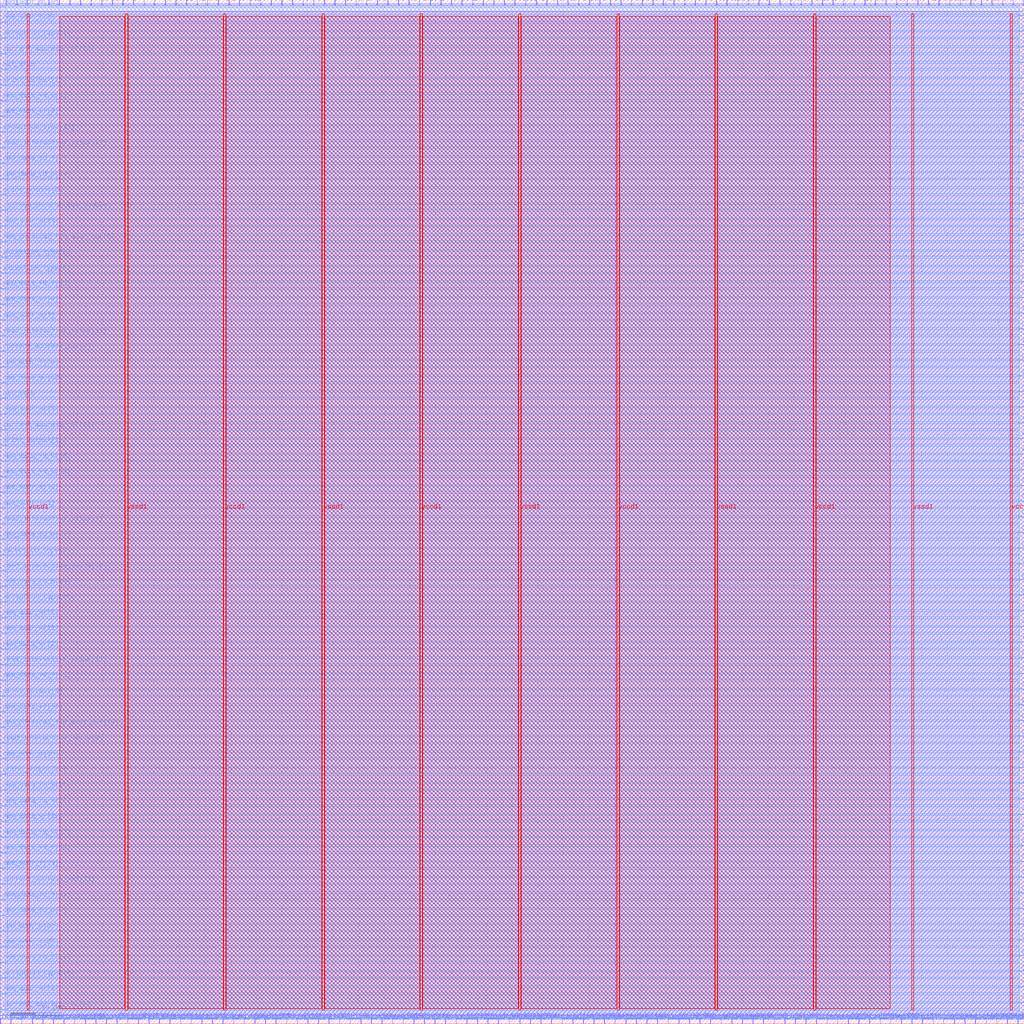
<source format=lef>
VERSION 5.7 ;
  NOWIREEXTENSIONATPIN ON ;
  DIVIDERCHAR "/" ;
  BUSBITCHARS "[]" ;
MACRO datapath
  CLASS BLOCK ;
  FOREIGN datapath ;
  ORIGIN 0.000 0.000 ;
  SIZE 800.000 BY 800.000 ;
  PIN clk
    DIRECTION INPUT ;
    USE SIGNAL ;
    PORT
      LAYER met2 ;
        RECT 393.850 796.000 394.130 800.000 ;
    END
  END clk
  PIN current_address_rm2[0]
    DIRECTION OUTPUT TRISTATE ;
    USE SIGNAL ;
    PORT
      LAYER met3 ;
        RECT 796.000 408.040 800.000 408.640 ;
    END
  END current_address_rm2[0]
  PIN current_address_rm2[10]
    DIRECTION OUTPUT TRISTATE ;
    USE SIGNAL ;
    PORT
      LAYER met2 ;
        RECT 21.250 796.000 21.530 800.000 ;
    END
  END current_address_rm2[10]
  PIN current_address_rm2[11]
    DIRECTION OUTPUT TRISTATE ;
    USE SIGNAL ;
    PORT
      LAYER met3 ;
        RECT 0.000 463.800 4.000 464.400 ;
    END
  END current_address_rm2[11]
  PIN current_address_rm2[12]
    DIRECTION OUTPUT TRISTATE ;
    USE SIGNAL ;
    PORT
      LAYER met2 ;
        RECT 190.530 0.000 190.810 4.000 ;
    END
  END current_address_rm2[12]
  PIN current_address_rm2[13]
    DIRECTION OUTPUT TRISTATE ;
    USE SIGNAL ;
    PORT
      LAYER met2 ;
        RECT 70.930 796.000 71.210 800.000 ;
    END
  END current_address_rm2[13]
  PIN current_address_rm2[14]
    DIRECTION OUTPUT TRISTATE ;
    USE SIGNAL ;
    PORT
      LAYER met2 ;
        RECT 178.570 796.000 178.850 800.000 ;
    END
  END current_address_rm2[14]
  PIN current_address_rm2[15]
    DIRECTION OUTPUT TRISTATE ;
    USE SIGNAL ;
    PORT
      LAYER met2 ;
        RECT 314.730 0.000 315.010 4.000 ;
    END
  END current_address_rm2[15]
  PIN current_address_rm2[16]
    DIRECTION OUTPUT TRISTATE ;
    USE SIGNAL ;
    PORT
      LAYER met2 ;
        RECT 518.050 796.000 518.330 800.000 ;
    END
  END current_address_rm2[16]
  PIN current_address_rm2[17]
    DIRECTION OUTPUT TRISTATE ;
    USE SIGNAL ;
    PORT
      LAYER met2 ;
        RECT 29.530 796.000 29.810 800.000 ;
    END
  END current_address_rm2[17]
  PIN current_address_rm2[18]
    DIRECTION OUTPUT TRISTATE ;
    USE SIGNAL ;
    PORT
      LAYER met2 ;
        RECT 422.370 0.000 422.650 4.000 ;
    END
  END current_address_rm2[18]
  PIN current_address_rm2[19]
    DIRECTION OUTPUT TRISTATE ;
    USE SIGNAL ;
    PORT
      LAYER met2 ;
        RECT 335.890 796.000 336.170 800.000 ;
    END
  END current_address_rm2[19]
  PIN current_address_rm2[1]
    DIRECTION OUTPUT TRISTATE ;
    USE SIGNAL ;
    PORT
      LAYER met2 ;
        RECT 783.010 796.000 783.290 800.000 ;
    END
  END current_address_rm2[1]
  PIN current_address_rm2[20]
    DIRECTION OUTPUT TRISTATE ;
    USE SIGNAL ;
    PORT
      LAYER met2 ;
        RECT 703.890 0.000 704.170 4.000 ;
    END
  END current_address_rm2[20]
  PIN current_address_rm2[21]
    DIRECTION OUTPUT TRISTATE ;
    USE SIGNAL ;
    PORT
      LAYER met2 ;
        RECT 253.090 796.000 253.370 800.000 ;
    END
  END current_address_rm2[21]
  PIN current_address_rm2[22]
    DIRECTION OUTPUT TRISTATE ;
    USE SIGNAL ;
    PORT
      LAYER met2 ;
        RECT 128.890 796.000 129.170 800.000 ;
    END
  END current_address_rm2[22]
  PIN current_address_rm2[23]
    DIRECTION OUTPUT TRISTATE ;
    USE SIGNAL ;
    PORT
      LAYER met2 ;
        RECT 377.290 796.000 377.570 800.000 ;
    END
  END current_address_rm2[23]
  PIN current_address_rm2[24]
    DIRECTION OUTPUT TRISTATE ;
    USE SIGNAL ;
    PORT
      LAYER met3 ;
        RECT 796.000 126.520 800.000 127.120 ;
    END
  END current_address_rm2[24]
  PIN current_address_rm2[25]
    DIRECTION OUTPUT TRISTATE ;
    USE SIGNAL ;
    PORT
      LAYER met3 ;
        RECT 0.000 108.840 4.000 109.440 ;
    END
  END current_address_rm2[25]
  PIN current_address_rm2[26]
    DIRECTION OUTPUT TRISTATE ;
    USE SIGNAL ;
    PORT
      LAYER met3 ;
        RECT 0.000 757.560 4.000 758.160 ;
    END
  END current_address_rm2[26]
  PIN current_address_rm2[27]
    DIRECTION OUTPUT TRISTATE ;
    USE SIGNAL ;
    PORT
      LAYER met2 ;
        RECT 766.450 796.000 766.730 800.000 ;
    END
  END current_address_rm2[27]
  PIN current_address_rm2[28]
    DIRECTION OUTPUT TRISTATE ;
    USE SIGNAL ;
    PORT
      LAYER met2 ;
        RECT 642.250 796.000 642.530 800.000 ;
    END
  END current_address_rm2[28]
  PIN current_address_rm2[29]
    DIRECTION OUTPUT TRISTATE ;
    USE SIGNAL ;
    PORT
      LAYER met2 ;
        RECT 269.650 796.000 269.930 800.000 ;
    END
  END current_address_rm2[29]
  PIN current_address_rm2[2]
    DIRECTION OUTPUT TRISTATE ;
    USE SIGNAL ;
    PORT
      LAYER met3 ;
        RECT 796.000 187.720 800.000 188.320 ;
    END
  END current_address_rm2[2]
  PIN current_address_rm2[30]
    DIRECTION OUTPUT TRISTATE ;
    USE SIGNAL ;
    PORT
      LAYER met2 ;
        RECT 311.050 796.000 311.330 800.000 ;
    END
  END current_address_rm2[30]
  PIN current_address_rm2[31]
    DIRECTION OUTPUT TRISTATE ;
    USE SIGNAL ;
    PORT
      LAYER met3 ;
        RECT 796.000 310.120 800.000 310.720 ;
    END
  END current_address_rm2[31]
  PIN current_address_rm2[3]
    DIRECTION OUTPUT TRISTATE ;
    USE SIGNAL ;
    PORT
      LAYER met3 ;
        RECT 796.000 151.000 800.000 151.600 ;
    END
  END current_address_rm2[3]
  PIN current_address_rm2[4]
    DIRECTION OUTPUT TRISTATE ;
    USE SIGNAL ;
    PORT
      LAYER met2 ;
        RECT 538.290 0.000 538.570 4.000 ;
    END
  END current_address_rm2[4]
  PIN current_address_rm2[5]
    DIRECTION OUTPUT TRISTATE ;
    USE SIGNAL ;
    PORT
      LAYER met3 ;
        RECT 796.000 518.200 800.000 518.800 ;
    END
  END current_address_rm2[5]
  PIN current_address_rm2[6]
    DIRECTION OUTPUT TRISTATE ;
    USE SIGNAL ;
    PORT
      LAYER met2 ;
        RECT 720.450 0.000 720.730 4.000 ;
    END
  END current_address_rm2[6]
  PIN current_address_rm2[7]
    DIRECTION OUTPUT TRISTATE ;
    USE SIGNAL ;
    PORT
      LAYER met3 ;
        RECT 796.000 469.240 800.000 469.840 ;
    END
  END current_address_rm2[7]
  PIN current_address_rm2[8]
    DIRECTION OUTPUT TRISTATE ;
    USE SIGNAL ;
    PORT
      LAYER met3 ;
        RECT 0.000 525.000 4.000 525.600 ;
    END
  END current_address_rm2[8]
  PIN current_address_rm2[9]
    DIRECTION OUTPUT TRISTATE ;
    USE SIGNAL ;
    PORT
      LAYER met3 ;
        RECT 0.000 10.920 4.000 11.520 ;
    END
  END current_address_rm2[9]
  PIN dcache_re
    DIRECTION OUTPUT TRISTATE ;
    USE SIGNAL ;
    PORT
      LAYER met2 ;
        RECT 8.370 0.000 8.650 4.000 ;
    END
  END dcache_re
  PIN exception_type[0]
    DIRECTION OUTPUT TRISTATE ;
    USE SIGNAL ;
    PORT
      LAYER met3 ;
        RECT 0.000 586.200 4.000 586.800 ;
    END
  END exception_type[0]
  PIN exception_type[10]
    DIRECTION OUTPUT TRISTATE ;
    USE SIGNAL ;
    PORT
      LAYER met2 ;
        RECT 410.410 796.000 410.690 800.000 ;
    END
  END exception_type[10]
  PIN exception_type[11]
    DIRECTION OUTPUT TRISTATE ;
    USE SIGNAL ;
    PORT
      LAYER met2 ;
        RECT 725.050 796.000 725.330 800.000 ;
    END
  END exception_type[11]
  PIN exception_type[12]
    DIRECTION OUTPUT TRISTATE ;
    USE SIGNAL ;
    PORT
      LAYER met3 ;
        RECT 796.000 175.480 800.000 176.080 ;
    END
  END exception_type[12]
  PIN exception_type[13]
    DIRECTION OUTPUT TRISTATE ;
    USE SIGNAL ;
    PORT
      LAYER met2 ;
        RECT 695.610 0.000 695.890 4.000 ;
    END
  END exception_type[13]
  PIN exception_type[14]
    DIRECTION OUTPUT TRISTATE ;
    USE SIGNAL ;
    PORT
      LAYER met2 ;
        RECT 612.810 0.000 613.090 4.000 ;
    END
  END exception_type[14]
  PIN exception_type[15]
    DIRECTION OUTPUT TRISTATE ;
    USE SIGNAL ;
    PORT
      LAYER met3 ;
        RECT 796.000 689.560 800.000 690.160 ;
    END
  END exception_type[15]
  PIN exception_type[16]
    DIRECTION OUTPUT TRISTATE ;
    USE SIGNAL ;
    PORT
      LAYER met3 ;
        RECT 0.000 35.400 4.000 36.000 ;
    END
  END exception_type[16]
  PIN exception_type[17]
    DIRECTION OUTPUT TRISTATE ;
    USE SIGNAL ;
    PORT
      LAYER met3 ;
        RECT 796.000 603.880 800.000 604.480 ;
    END
  END exception_type[17]
  PIN exception_type[18]
    DIRECTION OUTPUT TRISTATE ;
    USE SIGNAL ;
    PORT
      LAYER met3 ;
        RECT 796.000 616.120 800.000 616.720 ;
    END
  END exception_type[18]
  PIN exception_type[19]
    DIRECTION OUTPUT TRISTATE ;
    USE SIGNAL ;
    PORT
      LAYER met2 ;
        RECT 451.810 796.000 452.090 800.000 ;
    END
  END exception_type[19]
  PIN exception_type[1]
    DIRECTION OUTPUT TRISTATE ;
    USE SIGNAL ;
    PORT
      LAYER met3 ;
        RECT 0.000 769.800 4.000 770.400 ;
    END
  END exception_type[1]
  PIN exception_type[20]
    DIRECTION OUTPUT TRISTATE ;
    USE SIGNAL ;
    PORT
      LAYER met3 ;
        RECT 796.000 322.360 800.000 322.960 ;
    END
  END exception_type[20]
  PIN exception_type[21]
    DIRECTION OUTPUT TRISTATE ;
    USE SIGNAL ;
    PORT
      LAYER met3 ;
        RECT 0.000 365.880 4.000 366.480 ;
    END
  END exception_type[21]
  PIN exception_type[22]
    DIRECTION OUTPUT TRISTATE ;
    USE SIGNAL ;
    PORT
      LAYER met2 ;
        RECT 402.130 796.000 402.410 800.000 ;
    END
  END exception_type[22]
  PIN exception_type[23]
    DIRECTION OUTPUT TRISTATE ;
    USE SIGNAL ;
    PORT
      LAYER met2 ;
        RECT 683.650 796.000 683.930 800.000 ;
    END
  END exception_type[23]
  PIN exception_type[24]
    DIRECTION OUTPUT TRISTATE ;
    USE SIGNAL ;
    PORT
      LAYER met2 ;
        RECT 662.490 0.000 662.770 4.000 ;
    END
  END exception_type[24]
  PIN exception_type[25]
    DIRECTION OUTPUT TRISTATE ;
    USE SIGNAL ;
    PORT
      LAYER met3 ;
        RECT 0.000 329.160 4.000 329.760 ;
    END
  END exception_type[25]
  PIN exception_type[26]
    DIRECTION OUTPUT TRISTATE ;
    USE SIGNAL ;
    PORT
      LAYER met3 ;
        RECT 796.000 444.760 800.000 445.360 ;
    END
  END exception_type[26]
  PIN exception_type[27]
    DIRECTION OUTPUT TRISTATE ;
    USE SIGNAL ;
    PORT
      LAYER met2 ;
        RECT 621.090 0.000 621.370 4.000 ;
    END
  END exception_type[27]
  PIN exception_type[28]
    DIRECTION OUTPUT TRISTATE ;
    USE SIGNAL ;
    PORT
      LAYER met2 ;
        RECT 426.970 796.000 427.250 800.000 ;
    END
  END exception_type[28]
  PIN exception_type[29]
    DIRECTION OUTPUT TRISTATE ;
    USE SIGNAL ;
    PORT
      LAYER met3 ;
        RECT 796.000 763.000 800.000 763.600 ;
    END
  END exception_type[29]
  PIN exception_type[2]
    DIRECTION OUTPUT TRISTATE ;
    USE SIGNAL ;
    PORT
      LAYER met2 ;
        RECT 236.530 796.000 236.810 800.000 ;
    END
  END exception_type[2]
  PIN exception_type[30]
    DIRECTION OUTPUT TRISTATE ;
    USE SIGNAL ;
    PORT
      LAYER met2 ;
        RECT 745.290 0.000 745.570 4.000 ;
    END
  END exception_type[30]
  PIN exception_type[31]
    DIRECTION OUTPUT TRISTATE ;
    USE SIGNAL ;
    PORT
      LAYER met3 ;
        RECT 0.000 696.360 4.000 696.960 ;
    END
  END exception_type[31]
  PIN exception_type[3]
    DIRECTION OUTPUT TRISTATE ;
    USE SIGNAL ;
    PORT
      LAYER met2 ;
        RECT 286.210 796.000 286.490 800.000 ;
    END
  END exception_type[3]
  PIN exception_type[4]
    DIRECTION OUTPUT TRISTATE ;
    USE SIGNAL ;
    PORT
      LAYER met2 ;
        RECT 319.330 796.000 319.610 800.000 ;
    END
  END exception_type[4]
  PIN exception_type[5]
    DIRECTION OUTPUT TRISTATE ;
    USE SIGNAL ;
    PORT
      LAYER met3 ;
        RECT 0.000 598.440 4.000 599.040 ;
    END
  END exception_type[5]
  PIN exception_type[6]
    DIRECTION OUTPUT TRISTATE ;
    USE SIGNAL ;
    PORT
      LAYER met3 ;
        RECT 796.000 701.800 800.000 702.400 ;
    END
  END exception_type[6]
  PIN exception_type[7]
    DIRECTION OUTPUT TRISTATE ;
    USE SIGNAL ;
    PORT
      LAYER met2 ;
        RECT 215.370 0.000 215.650 4.000 ;
    END
  END exception_type[7]
  PIN exception_type[8]
    DIRECTION OUTPUT TRISTATE ;
    USE SIGNAL ;
    PORT
      LAYER met3 ;
        RECT 796.000 457.000 800.000 457.600 ;
    END
  END exception_type[8]
  PIN exception_type[9]
    DIRECTION OUTPUT TRISTATE ;
    USE SIGNAL ;
    PORT
      LAYER met2 ;
        RECT 273.330 0.000 273.610 4.000 ;
    END
  END exception_type[9]
  PIN hit_dcache
    DIRECTION INPUT ;
    USE SIGNAL ;
    PORT
      LAYER met2 ;
        RECT 91.170 0.000 91.450 4.000 ;
    END
  END hit_dcache
  PIN hit_dtlb
    DIRECTION INPUT ;
    USE SIGNAL ;
    PORT
      LAYER met3 ;
        RECT 0.000 745.320 4.000 745.920 ;
    END
  END hit_dtlb
  PIN hit_icache
    DIRECTION INPUT ;
    USE SIGNAL ;
    PORT
      LAYER met2 ;
        RECT 173.970 0.000 174.250 4.000 ;
    END
  END hit_icache
  PIN hit_itlb
    DIRECTION INPUT ;
    USE SIGNAL ;
    PORT
      LAYER met3 ;
        RECT 0.000 488.280 4.000 488.880 ;
    END
  END hit_itlb
  PIN is_print_done
    DIRECTION INPUT ;
    USE SIGNAL ;
    PORT
      LAYER met2 ;
        RECT 54.370 796.000 54.650 800.000 ;
    END
  END is_print_done
  PIN is_read_interactive_enabled
    DIRECTION INPUT ;
    USE SIGNAL ;
    PORT
      LAYER met3 ;
        RECT 0.000 635.160 4.000 635.760 ;
    END
  END is_read_interactive_enabled
  PIN is_tlbwrite
    DIRECTION OUTPUT TRISTATE ;
    USE SIGNAL ;
    PORT
      LAYER met2 ;
        RECT 658.810 796.000 659.090 800.000 ;
    END
  END is_tlbwrite
  PIN mem_addr_f[0]
    DIRECTION OUTPUT TRISTATE ;
    USE SIGNAL ;
    PORT
      LAYER met2 ;
        RECT 584.290 796.000 584.570 800.000 ;
    END
  END mem_addr_f[0]
  PIN mem_addr_f[10]
    DIRECTION OUTPUT TRISTATE ;
    USE SIGNAL ;
    PORT
      LAYER met2 ;
        RECT 211.690 796.000 211.970 800.000 ;
    END
  END mem_addr_f[10]
  PIN mem_addr_f[11]
    DIRECTION OUTPUT TRISTATE ;
    USE SIGNAL ;
    PORT
      LAYER met2 ;
        RECT 37.810 796.000 38.090 800.000 ;
    END
  END mem_addr_f[11]
  PIN mem_addr_f[12]
    DIRECTION OUTPUT TRISTATE ;
    USE SIGNAL ;
    PORT
      LAYER met2 ;
        RECT 165.690 0.000 165.970 4.000 ;
    END
  END mem_addr_f[12]
  PIN mem_addr_f[13]
    DIRECTION OUTPUT TRISTATE ;
    USE SIGNAL ;
    PORT
      LAYER met3 ;
        RECT 796.000 224.440 800.000 225.040 ;
    END
  END mem_addr_f[13]
  PIN mem_addr_f[14]
    DIRECTION OUTPUT TRISTATE ;
    USE SIGNAL ;
    PORT
      LAYER met3 ;
        RECT 796.000 65.320 800.000 65.920 ;
    END
  END mem_addr_f[14]
  PIN mem_addr_f[15]
    DIRECTION OUTPUT TRISTATE ;
    USE SIGNAL ;
    PORT
      LAYER met2 ;
        RECT 700.210 796.000 700.490 800.000 ;
    END
  END mem_addr_f[15]
  PIN mem_addr_f[16]
    DIRECTION OUTPUT TRISTATE ;
    USE SIGNAL ;
    PORT
      LAYER met2 ;
        RECT 794.970 0.000 795.250 4.000 ;
    END
  END mem_addr_f[16]
  PIN mem_addr_f[17]
    DIRECTION OUTPUT TRISTATE ;
    USE SIGNAL ;
    PORT
      LAYER met2 ;
        RECT 753.570 0.000 753.850 4.000 ;
    END
  END mem_addr_f[17]
  PIN mem_addr_f[18]
    DIRECTION OUTPUT TRISTATE ;
    USE SIGNAL ;
    PORT
      LAYER met2 ;
        RECT 778.410 0.000 778.690 4.000 ;
    END
  END mem_addr_f[18]
  PIN mem_addr_f[19]
    DIRECTION OUTPUT TRISTATE ;
    USE SIGNAL ;
    PORT
      LAYER met2 ;
        RECT 534.610 796.000 534.890 800.000 ;
    END
  END mem_addr_f[19]
  PIN mem_addr_f[1]
    DIRECTION OUTPUT TRISTATE ;
    USE SIGNAL ;
    PORT
      LAYER met2 ;
        RECT 559.450 796.000 559.730 800.000 ;
    END
  END mem_addr_f[1]
  PIN mem_addr_f[20]
    DIRECTION OUTPUT TRISTATE ;
    USE SIGNAL ;
    PORT
      LAYER met2 ;
        RECT 380.970 0.000 381.250 4.000 ;
    END
  END mem_addr_f[20]
  PIN mem_addr_f[21]
    DIRECTION OUTPUT TRISTATE ;
    USE SIGNAL ;
    PORT
      LAYER met2 ;
        RECT 62.650 796.000 62.930 800.000 ;
    END
  END mem_addr_f[21]
  PIN mem_addr_f[22]
    DIRECTION OUTPUT TRISTATE ;
    USE SIGNAL ;
    PORT
      LAYER met2 ;
        RECT 617.410 796.000 617.690 800.000 ;
    END
  END mem_addr_f[22]
  PIN mem_addr_f[23]
    DIRECTION OUTPUT TRISTATE ;
    USE SIGNAL ;
    PORT
      LAYER met3 ;
        RECT 0.000 121.080 4.000 121.680 ;
    END
  END mem_addr_f[23]
  PIN mem_addr_f[24]
    DIRECTION OUTPUT TRISTATE ;
    USE SIGNAL ;
    PORT
      LAYER met2 ;
        RECT 791.290 796.000 791.570 800.000 ;
    END
  END mem_addr_f[24]
  PIN mem_addr_f[25]
    DIRECTION OUTPUT TRISTATE ;
    USE SIGNAL ;
    PORT
      LAYER met2 ;
        RECT 493.210 796.000 493.490 800.000 ;
    END
  END mem_addr_f[25]
  PIN mem_addr_f[26]
    DIRECTION OUTPUT TRISTATE ;
    USE SIGNAL ;
    PORT
      LAYER met2 ;
        RECT 604.530 0.000 604.810 4.000 ;
    END
  END mem_addr_f[26]
  PIN mem_addr_f[27]
    DIRECTION OUTPUT TRISTATE ;
    USE SIGNAL ;
    PORT
      LAYER met3 ;
        RECT 0.000 59.880 4.000 60.480 ;
    END
  END mem_addr_f[27]
  PIN mem_addr_f[28]
    DIRECTION OUTPUT TRISTATE ;
    USE SIGNAL ;
    PORT
      LAYER met2 ;
        RECT 327.610 796.000 327.890 800.000 ;
    END
  END mem_addr_f[28]
  PIN mem_addr_f[29]
    DIRECTION OUTPUT TRISTATE ;
    USE SIGNAL ;
    PORT
      LAYER met3 ;
        RECT 796.000 738.520 800.000 739.120 ;
    END
  END mem_addr_f[29]
  PIN mem_addr_f[2]
    DIRECTION OUTPUT TRISTATE ;
    USE SIGNAL ;
    PORT
      LAYER met3 ;
        RECT 0.000 782.040 4.000 782.640 ;
    END
  END mem_addr_f[2]
  PIN mem_addr_f[30]
    DIRECTION OUTPUT TRISTATE ;
    USE SIGNAL ;
    PORT
      LAYER met3 ;
        RECT 0.000 512.760 4.000 513.360 ;
    END
  END mem_addr_f[30]
  PIN mem_addr_f[31]
    DIRECTION OUTPUT TRISTATE ;
    USE SIGNAL ;
    PORT
      LAYER met2 ;
        RECT 460.090 796.000 460.370 800.000 ;
    END
  END mem_addr_f[31]
  PIN mem_addr_f[3]
    DIRECTION OUTPUT TRISTATE ;
    USE SIGNAL ;
    PORT
      LAYER met2 ;
        RECT 195.130 796.000 195.410 800.000 ;
    END
  END mem_addr_f[3]
  PIN mem_addr_f[4]
    DIRECTION OUTPUT TRISTATE ;
    USE SIGNAL ;
    PORT
      LAYER met2 ;
        RECT 186.850 796.000 187.130 800.000 ;
    END
  END mem_addr_f[4]
  PIN mem_addr_f[5]
    DIRECTION OUTPUT TRISTATE ;
    USE SIGNAL ;
    PORT
      LAYER met3 ;
        RECT 0.000 402.600 4.000 403.200 ;
    END
  END mem_addr_f[5]
  PIN mem_addr_f[6]
    DIRECTION OUTPUT TRISTATE ;
    USE SIGNAL ;
    PORT
      LAYER met3 ;
        RECT 796.000 212.200 800.000 212.800 ;
    END
  END mem_addr_f[6]
  PIN mem_addr_f[7]
    DIRECTION OUTPUT TRISTATE ;
    USE SIGNAL ;
    PORT
      LAYER met2 ;
        RECT 587.970 0.000 588.250 4.000 ;
    END
  END mem_addr_f[7]
  PIN mem_addr_f[8]
    DIRECTION OUTPUT TRISTATE ;
    USE SIGNAL ;
    PORT
      LAYER met2 ;
        RECT 248.490 0.000 248.770 4.000 ;
    END
  END mem_addr_f[8]
  PIN mem_addr_f[9]
    DIRECTION OUTPUT TRISTATE ;
    USE SIGNAL ;
    PORT
      LAYER met2 ;
        RECT 513.450 0.000 513.730 4.000 ;
    END
  END mem_addr_f[9]
  PIN mem_addr_m[0]
    DIRECTION OUTPUT TRISTATE ;
    USE SIGNAL ;
    PORT
      LAYER met2 ;
        RECT 162.010 796.000 162.290 800.000 ;
    END
  END mem_addr_m[0]
  PIN mem_addr_m[10]
    DIRECTION OUTPUT TRISTATE ;
    USE SIGNAL ;
    PORT
      LAYER met3 ;
        RECT 0.000 206.760 4.000 207.360 ;
    END
  END mem_addr_m[10]
  PIN mem_addr_m[11]
    DIRECTION OUTPUT TRISTATE ;
    USE SIGNAL ;
    PORT
      LAYER met3 ;
        RECT 0.000 304.680 4.000 305.280 ;
    END
  END mem_addr_m[11]
  PIN mem_addr_m[12]
    DIRECTION OUTPUT TRISTATE ;
    USE SIGNAL ;
    PORT
      LAYER met2 ;
        RECT 182.250 0.000 182.530 4.000 ;
    END
  END mem_addr_m[12]
  PIN mem_addr_m[13]
    DIRECTION OUTPUT TRISTATE ;
    USE SIGNAL ;
    PORT
      LAYER met3 ;
        RECT 0.000 476.040 4.000 476.640 ;
    END
  END mem_addr_m[13]
  PIN mem_addr_m[14]
    DIRECTION OUTPUT TRISTATE ;
    USE SIGNAL ;
    PORT
      LAYER met2 ;
        RECT 104.050 796.000 104.330 800.000 ;
    END
  END mem_addr_m[14]
  PIN mem_addr_m[15]
    DIRECTION OUTPUT TRISTATE ;
    USE SIGNAL ;
    PORT
      LAYER met2 ;
        RECT 372.690 0.000 372.970 4.000 ;
    END
  END mem_addr_m[15]
  PIN mem_addr_m[16]
    DIRECTION OUTPUT TRISTATE ;
    USE SIGNAL ;
    PORT
      LAYER met3 ;
        RECT 0.000 414.840 4.000 415.440 ;
    END
  END mem_addr_m[16]
  PIN mem_addr_m[17]
    DIRECTION OUTPUT TRISTATE ;
    USE SIGNAL ;
    PORT
      LAYER met2 ;
        RECT 231.930 0.000 232.210 4.000 ;
    END
  END mem_addr_m[17]
  PIN mem_addr_m[18]
    DIRECTION OUTPUT TRISTATE ;
    USE SIGNAL ;
    PORT
      LAYER met3 ;
        RECT 0.000 794.280 4.000 794.880 ;
    END
  END mem_addr_m[18]
  PIN mem_addr_m[19]
    DIRECTION OUTPUT TRISTATE ;
    USE SIGNAL ;
    PORT
      LAYER met2 ;
        RECT 542.890 796.000 543.170 800.000 ;
    END
  END mem_addr_m[19]
  PIN mem_addr_m[1]
    DIRECTION OUTPUT TRISTATE ;
    USE SIGNAL ;
    PORT
      LAYER met3 ;
        RECT 0.000 549.480 4.000 550.080 ;
    END
  END mem_addr_m[1]
  PIN mem_addr_m[20]
    DIRECTION OUTPUT TRISTATE ;
    USE SIGNAL ;
    PORT
      LAYER met3 ;
        RECT 0.000 23.160 4.000 23.760 ;
    END
  END mem_addr_m[20]
  PIN mem_addr_m[21]
    DIRECTION OUTPUT TRISTATE ;
    USE SIGNAL ;
    PORT
      LAYER met2 ;
        RECT 46.090 796.000 46.370 800.000 ;
    END
  END mem_addr_m[21]
  PIN mem_addr_m[22]
    DIRECTION OUTPUT TRISTATE ;
    USE SIGNAL ;
    PORT
      LAYER met2 ;
        RECT 306.450 0.000 306.730 4.000 ;
    END
  END mem_addr_m[22]
  PIN mem_addr_m[23]
    DIRECTION OUTPUT TRISTATE ;
    USE SIGNAL ;
    PORT
      LAYER met3 ;
        RECT 0.000 72.120 4.000 72.720 ;
    END
  END mem_addr_m[23]
  PIN mem_addr_m[24]
    DIRECTION OUTPUT TRISTATE ;
    USE SIGNAL ;
    PORT
      LAYER met3 ;
        RECT 796.000 493.720 800.000 494.320 ;
    END
  END mem_addr_m[24]
  PIN mem_addr_m[25]
    DIRECTION OUTPUT TRISTATE ;
    USE SIGNAL ;
    PORT
      LAYER met2 ;
        RECT 468.370 796.000 468.650 800.000 ;
    END
  END mem_addr_m[25]
  PIN mem_addr_m[26]
    DIRECTION OUTPUT TRISTATE ;
    USE SIGNAL ;
    PORT
      LAYER met3 ;
        RECT 796.000 371.320 800.000 371.920 ;
    END
  END mem_addr_m[26]
  PIN mem_addr_m[27]
    DIRECTION OUTPUT TRISTATE ;
    USE SIGNAL ;
    PORT
      LAYER met2 ;
        RECT 207.090 0.000 207.370 4.000 ;
    END
  END mem_addr_m[27]
  PIN mem_addr_m[28]
    DIRECTION OUTPUT TRISTATE ;
    USE SIGNAL ;
    PORT
      LAYER met3 ;
        RECT 0.000 316.920 4.000 317.520 ;
    END
  END mem_addr_m[28]
  PIN mem_addr_m[29]
    DIRECTION OUTPUT TRISTATE ;
    USE SIGNAL ;
    PORT
      LAYER met3 ;
        RECT 0.000 622.920 4.000 623.520 ;
    END
  END mem_addr_m[29]
  PIN mem_addr_m[2]
    DIRECTION OUTPUT TRISTATE ;
    USE SIGNAL ;
    PORT
      LAYER met2 ;
        RECT 4.690 796.000 4.970 800.000 ;
    END
  END mem_addr_m[2]
  PIN mem_addr_m[30]
    DIRECTION OUTPUT TRISTATE ;
    USE SIGNAL ;
    PORT
      LAYER met2 ;
        RECT 302.770 796.000 303.050 800.000 ;
    END
  END mem_addr_m[30]
  PIN mem_addr_m[31]
    DIRECTION OUTPUT TRISTATE ;
    USE SIGNAL ;
    PORT
      LAYER met3 ;
        RECT 796.000 579.400 800.000 580.000 ;
    END
  END mem_addr_m[31]
  PIN mem_addr_m[3]
    DIRECTION OUTPUT TRISTATE ;
    USE SIGNAL ;
    PORT
      LAYER met2 ;
        RECT 770.130 0.000 770.410 4.000 ;
    END
  END mem_addr_m[3]
  PIN mem_addr_m[4]
    DIRECTION OUTPUT TRISTATE ;
    USE SIGNAL ;
    PORT
      LAYER met2 ;
        RECT 385.570 796.000 385.850 800.000 ;
    END
  END mem_addr_m[4]
  PIN mem_addr_m[5]
    DIRECTION OUTPUT TRISTATE ;
    USE SIGNAL ;
    PORT
      LAYER met2 ;
        RECT 41.490 0.000 41.770 4.000 ;
    END
  END mem_addr_m[5]
  PIN mem_addr_m[6]
    DIRECTION OUTPUT TRISTATE ;
    USE SIGNAL ;
    PORT
      LAYER met2 ;
        RECT 546.570 0.000 546.850 4.000 ;
    END
  END mem_addr_m[6]
  PIN mem_addr_m[7]
    DIRECTION OUTPUT TRISTATE ;
    USE SIGNAL ;
    PORT
      LAYER met2 ;
        RECT 281.610 0.000 281.890 4.000 ;
    END
  END mem_addr_m[7]
  PIN mem_addr_m[8]
    DIRECTION OUTPUT TRISTATE ;
    USE SIGNAL ;
    PORT
      LAYER met3 ;
        RECT 796.000 89.800 800.000 90.400 ;
    END
  END mem_addr_m[8]
  PIN mem_addr_m[9]
    DIRECTION OUTPUT TRISTATE ;
    USE SIGNAL ;
    PORT
      LAYER met2 ;
        RECT 265.050 0.000 265.330 4.000 ;
    END
  END mem_addr_m[9]
  PIN mem_data_rd_f[0]
    DIRECTION INPUT ;
    USE SIGNAL ;
    PORT
      LAYER met2 ;
        RECT 637.650 0.000 637.930 4.000 ;
    END
  END mem_data_rd_f[0]
  PIN mem_data_rd_f[10]
    DIRECTION INPUT ;
    USE SIGNAL ;
    PORT
      LAYER met3 ;
        RECT 796.000 787.480 800.000 788.080 ;
    END
  END mem_data_rd_f[10]
  PIN mem_data_rd_f[11]
    DIRECTION INPUT ;
    USE SIGNAL ;
    PORT
      LAYER met3 ;
        RECT 796.000 114.280 800.000 114.880 ;
    END
  END mem_data_rd_f[11]
  PIN mem_data_rd_f[12]
    DIRECTION INPUT ;
    USE SIGNAL ;
    PORT
      LAYER met2 ;
        RECT 244.810 796.000 245.090 800.000 ;
    END
  END mem_data_rd_f[12]
  PIN mem_data_rd_f[13]
    DIRECTION INPUT ;
    USE SIGNAL ;
    PORT
      LAYER met3 ;
        RECT 0.000 96.600 4.000 97.200 ;
    END
  END mem_data_rd_f[13]
  PIN mem_data_rd_f[14]
    DIRECTION INPUT ;
    USE SIGNAL ;
    PORT
      LAYER met2 ;
        RECT 799.570 796.000 799.850 800.000 ;
    END
  END mem_data_rd_f[14]
  PIN mem_data_rd_f[15]
    DIRECTION INPUT ;
    USE SIGNAL ;
    PORT
      LAYER met3 ;
        RECT 0.000 267.960 4.000 268.560 ;
    END
  END mem_data_rd_f[15]
  PIN mem_data_rd_f[16]
    DIRECTION INPUT ;
    USE SIGNAL ;
    PORT
      LAYER met2 ;
        RECT 294.490 796.000 294.770 800.000 ;
    END
  END mem_data_rd_f[16]
  PIN mem_data_rd_f[17]
    DIRECTION INPUT ;
    USE SIGNAL ;
    PORT
      LAYER met2 ;
        RECT 563.130 0.000 563.410 4.000 ;
    END
  END mem_data_rd_f[17]
  PIN mem_data_rd_f[18]
    DIRECTION INPUT ;
    USE SIGNAL ;
    PORT
      LAYER met2 ;
        RECT 679.050 0.000 679.330 4.000 ;
    END
  END mem_data_rd_f[18]
  PIN mem_data_rd_f[19]
    DIRECTION INPUT ;
    USE SIGNAL ;
    PORT
      LAYER met3 ;
        RECT 796.000 420.280 800.000 420.880 ;
    END
  END mem_data_rd_f[19]
  PIN mem_data_rd_f[1]
    DIRECTION INPUT ;
    USE SIGNAL ;
    PORT
      LAYER met2 ;
        RECT 331.290 0.000 331.570 4.000 ;
    END
  END mem_data_rd_f[1]
  PIN mem_data_rd_f[20]
    DIRECTION INPUT ;
    USE SIGNAL ;
    PORT
      LAYER met2 ;
        RECT 786.690 0.000 786.970 4.000 ;
    END
  END mem_data_rd_f[20]
  PIN mem_data_rd_f[21]
    DIRECTION INPUT ;
    USE SIGNAL ;
    PORT
      LAYER met2 ;
        RECT 737.010 0.000 737.290 4.000 ;
    END
  END mem_data_rd_f[21]
  PIN mem_data_rd_f[22]
    DIRECTION INPUT ;
    USE SIGNAL ;
    PORT
      LAYER met3 ;
        RECT 796.000 163.240 800.000 163.840 ;
    END
  END mem_data_rd_f[22]
  PIN mem_data_rd_f[23]
    DIRECTION INPUT ;
    USE SIGNAL ;
    PORT
      LAYER met3 ;
        RECT 0.000 573.960 4.000 574.560 ;
    END
  END mem_data_rd_f[23]
  PIN mem_data_rd_f[24]
    DIRECTION INPUT ;
    USE SIGNAL ;
    PORT
      LAYER met2 ;
        RECT 414.090 0.000 414.370 4.000 ;
    END
  END mem_data_rd_f[24]
  PIN mem_data_rd_f[25]
    DIRECTION INPUT ;
    USE SIGNAL ;
    PORT
      LAYER met2 ;
        RECT 733.330 796.000 733.610 800.000 ;
    END
  END mem_data_rd_f[25]
  PIN mem_data_rd_f[26]
    DIRECTION INPUT ;
    USE SIGNAL ;
    PORT
      LAYER met3 ;
        RECT 0.000 133.320 4.000 133.920 ;
    END
  END mem_data_rd_f[26]
  PIN mem_data_rd_f[27]
    DIRECTION INPUT ;
    USE SIGNAL ;
    PORT
      LAYER met3 ;
        RECT 0.000 47.640 4.000 48.240 ;
    END
  END mem_data_rd_f[27]
  PIN mem_data_rd_f[28]
    DIRECTION INPUT ;
    USE SIGNAL ;
    PORT
      LAYER met2 ;
        RECT 82.890 0.000 83.170 4.000 ;
    END
  END mem_data_rd_f[28]
  PIN mem_data_rd_f[29]
    DIRECTION INPUT ;
    USE SIGNAL ;
    PORT
      LAYER met2 ;
        RECT 124.290 0.000 124.570 4.000 ;
    END
  END mem_data_rd_f[29]
  PIN mem_data_rd_f[2]
    DIRECTION INPUT ;
    USE SIGNAL ;
    PORT
      LAYER met2 ;
        RECT 430.650 0.000 430.930 4.000 ;
    END
  END mem_data_rd_f[2]
  PIN mem_data_rd_f[30]
    DIRECTION INPUT ;
    USE SIGNAL ;
    PORT
      LAYER met2 ;
        RECT 633.970 796.000 634.250 800.000 ;
    END
  END mem_data_rd_f[30]
  PIN mem_data_rd_f[31]
    DIRECTION INPUT ;
    USE SIGNAL ;
    PORT
      LAYER met3 ;
        RECT 796.000 40.840 800.000 41.440 ;
    END
  END mem_data_rd_f[31]
  PIN mem_data_rd_f[3]
    DIRECTION INPUT ;
    USE SIGNAL ;
    PORT
      LAYER met3 ;
        RECT 0.000 671.880 4.000 672.480 ;
    END
  END mem_data_rd_f[3]
  PIN mem_data_rd_f[4]
    DIRECTION INPUT ;
    USE SIGNAL ;
    PORT
      LAYER met3 ;
        RECT 796.000 542.680 800.000 543.280 ;
    END
  END mem_data_rd_f[4]
  PIN mem_data_rd_f[5]
    DIRECTION INPUT ;
    USE SIGNAL ;
    PORT
      LAYER met3 ;
        RECT 796.000 652.840 800.000 653.440 ;
    END
  END mem_data_rd_f[5]
  PIN mem_data_rd_f[6]
    DIRECTION INPUT ;
    USE SIGNAL ;
    PORT
      LAYER met2 ;
        RECT 157.410 0.000 157.690 4.000 ;
    END
  END mem_data_rd_f[6]
  PIN mem_data_rd_f[7]
    DIRECTION INPUT ;
    USE SIGNAL ;
    PORT
      LAYER met2 ;
        RECT 153.730 796.000 154.010 800.000 ;
    END
  END mem_data_rd_f[7]
  PIN mem_data_rd_f[8]
    DIRECTION INPUT ;
    USE SIGNAL ;
    PORT
      LAYER met2 ;
        RECT 496.890 0.000 497.170 4.000 ;
    END
  END mem_data_rd_f[8]
  PIN mem_data_rd_f[9]
    DIRECTION INPUT ;
    USE SIGNAL ;
    PORT
      LAYER met2 ;
        RECT 369.010 796.000 369.290 800.000 ;
    END
  END mem_data_rd_f[9]
  PIN mem_data_rd_m[0]
    DIRECTION INPUT ;
    USE SIGNAL ;
    PORT
      LAYER met3 ;
        RECT 0.000 720.840 4.000 721.440 ;
    END
  END mem_data_rd_m[0]
  PIN mem_data_rd_m[10]
    DIRECTION INPUT ;
    USE SIGNAL ;
    PORT
      LAYER met3 ;
        RECT 0.000 659.640 4.000 660.240 ;
    END
  END mem_data_rd_m[10]
  PIN mem_data_rd_m[11]
    DIRECTION INPUT ;
    USE SIGNAL ;
    PORT
      LAYER met3 ;
        RECT 796.000 432.520 800.000 433.120 ;
    END
  END mem_data_rd_m[11]
  PIN mem_data_rd_m[12]
    DIRECTION INPUT ;
    USE SIGNAL ;
    PORT
      LAYER met3 ;
        RECT 796.000 481.480 800.000 482.080 ;
    END
  END mem_data_rd_m[12]
  PIN mem_data_rd_m[13]
    DIRECTION INPUT ;
    USE SIGNAL ;
    PORT
      LAYER met3 ;
        RECT 796.000 359.080 800.000 359.680 ;
    END
  END mem_data_rd_m[13]
  PIN mem_data_rd_m[14]
    DIRECTION INPUT ;
    USE SIGNAL ;
    PORT
      LAYER met2 ;
        RECT 219.970 796.000 220.250 800.000 ;
    END
  END mem_data_rd_m[14]
  PIN mem_data_rd_m[15]
    DIRECTION INPUT ;
    USE SIGNAL ;
    PORT
      LAYER met3 ;
        RECT 0.000 182.280 4.000 182.880 ;
    END
  END mem_data_rd_m[15]
  PIN mem_data_rd_m[16]
    DIRECTION INPUT ;
    USE SIGNAL ;
    PORT
      LAYER met2 ;
        RECT 289.890 0.000 290.170 4.000 ;
    END
  END mem_data_rd_m[16]
  PIN mem_data_rd_m[17]
    DIRECTION INPUT ;
    USE SIGNAL ;
    PORT
      LAYER met3 ;
        RECT 796.000 591.640 800.000 592.240 ;
    END
  END mem_data_rd_m[17]
  PIN mem_data_rd_m[18]
    DIRECTION INPUT ;
    USE SIGNAL ;
    PORT
      LAYER met2 ;
        RECT 600.850 796.000 601.130 800.000 ;
    END
  END mem_data_rd_m[18]
  PIN mem_data_rd_m[19]
    DIRECTION INPUT ;
    USE SIGNAL ;
    PORT
      LAYER met3 ;
        RECT 0.000 341.400 4.000 342.000 ;
    END
  END mem_data_rd_m[19]
  PIN mem_data_rd_m[1]
    DIRECTION INPUT ;
    USE SIGNAL ;
    PORT
      LAYER met2 ;
        RECT 551.170 796.000 551.450 800.000 ;
    END
  END mem_data_rd_m[1]
  PIN mem_data_rd_m[20]
    DIRECTION INPUT ;
    USE SIGNAL ;
    PORT
      LAYER met2 ;
        RECT 298.170 0.000 298.450 4.000 ;
    END
  END mem_data_rd_m[20]
  PIN mem_data_rd_m[21]
    DIRECTION INPUT ;
    USE SIGNAL ;
    PORT
      LAYER met2 ;
        RECT 228.250 796.000 228.530 800.000 ;
    END
  END mem_data_rd_m[21]
  PIN mem_data_rd_m[22]
    DIRECTION INPUT ;
    USE SIGNAL ;
    PORT
      LAYER met3 ;
        RECT 0.000 170.040 4.000 170.640 ;
    END
  END mem_data_rd_m[22]
  PIN mem_data_rd_m[23]
    DIRECTION INPUT ;
    USE SIGNAL ;
    PORT
      LAYER met2 ;
        RECT 645.930 0.000 646.210 4.000 ;
    END
  END mem_data_rd_m[23]
  PIN mem_data_rd_m[24]
    DIRECTION INPUT ;
    USE SIGNAL ;
    PORT
      LAYER met2 ;
        RECT 625.690 796.000 625.970 800.000 ;
    END
  END mem_data_rd_m[24]
  PIN mem_data_rd_m[25]
    DIRECTION INPUT ;
    USE SIGNAL ;
    PORT
      LAYER met3 ;
        RECT 0.000 439.320 4.000 439.920 ;
    END
  END mem_data_rd_m[25]
  PIN mem_data_rd_m[26]
    DIRECTION INPUT ;
    USE SIGNAL ;
    PORT
      LAYER met2 ;
        RECT 116.010 0.000 116.290 4.000 ;
    END
  END mem_data_rd_m[26]
  PIN mem_data_rd_m[27]
    DIRECTION INPUT ;
    USE SIGNAL ;
    PORT
      LAYER met3 ;
        RECT 0.000 145.560 4.000 146.160 ;
    END
  END mem_data_rd_m[27]
  PIN mem_data_rd_m[28]
    DIRECTION INPUT ;
    USE SIGNAL ;
    PORT
      LAYER met3 ;
        RECT 0.000 427.080 4.000 427.680 ;
    END
  END mem_data_rd_m[28]
  PIN mem_data_rd_m[29]
    DIRECTION INPUT ;
    USE SIGNAL ;
    PORT
      LAYER met2 ;
        RECT 463.770 0.000 464.050 4.000 ;
    END
  END mem_data_rd_m[29]
  PIN mem_data_rd_m[2]
    DIRECTION INPUT ;
    USE SIGNAL ;
    PORT
      LAYER met2 ;
        RECT 223.650 0.000 223.930 4.000 ;
    END
  END mem_data_rd_m[2]
  PIN mem_data_rd_m[30]
    DIRECTION INPUT ;
    USE SIGNAL ;
    PORT
      LAYER met3 ;
        RECT 0.000 378.120 4.000 378.720 ;
    END
  END mem_data_rd_m[30]
  PIN mem_data_rd_m[31]
    DIRECTION INPUT ;
    USE SIGNAL ;
    PORT
      LAYER met3 ;
        RECT 796.000 102.040 800.000 102.640 ;
    END
  END mem_data_rd_m[31]
  PIN mem_data_rd_m[3]
    DIRECTION INPUT ;
    USE SIGNAL ;
    PORT
      LAYER met3 ;
        RECT 796.000 261.160 800.000 261.760 ;
    END
  END mem_data_rd_m[3]
  PIN mem_data_rd_m[4]
    DIRECTION INPUT ;
    USE SIGNAL ;
    PORT
      LAYER met2 ;
        RECT 455.490 0.000 455.770 4.000 ;
    END
  END mem_data_rd_m[4]
  PIN mem_data_rd_m[5]
    DIRECTION INPUT ;
    USE SIGNAL ;
    PORT
      LAYER met3 ;
        RECT 0.000 84.360 4.000 84.960 ;
    END
  END mem_data_rd_m[5]
  PIN mem_data_rd_m[6]
    DIRECTION INPUT ;
    USE SIGNAL ;
    PORT
      LAYER met2 ;
        RECT 579.690 0.000 579.970 4.000 ;
    END
  END mem_data_rd_m[6]
  PIN mem_data_rd_m[7]
    DIRECTION INPUT ;
    USE SIGNAL ;
    PORT
      LAYER met3 ;
        RECT 796.000 236.680 800.000 237.280 ;
    END
  END mem_data_rd_m[7]
  PIN mem_data_rd_m[8]
    DIRECTION INPUT ;
    USE SIGNAL ;
    PORT
      LAYER met2 ;
        RECT 774.730 796.000 775.010 800.000 ;
    END
  END mem_data_rd_m[8]
  PIN mem_data_rd_m[9]
    DIRECTION INPUT ;
    USE SIGNAL ;
    PORT
      LAYER met2 ;
        RECT 418.690 796.000 418.970 800.000 ;
    END
  END mem_data_rd_m[9]
  PIN mem_data_wr[0]
    DIRECTION OUTPUT TRISTATE ;
    USE SIGNAL ;
    PORT
      LAYER met3 ;
        RECT 0.000 561.720 4.000 562.320 ;
    END
  END mem_data_wr[0]
  PIN mem_data_wr[10]
    DIRECTION OUTPUT TRISTATE ;
    USE SIGNAL ;
    PORT
      LAYER met3 ;
        RECT 796.000 665.080 800.000 665.680 ;
    END
  END mem_data_wr[10]
  PIN mem_data_wr[11]
    DIRECTION OUTPUT TRISTATE ;
    USE SIGNAL ;
    PORT
      LAYER met2 ;
        RECT 654.210 0.000 654.490 4.000 ;
    END
  END mem_data_wr[11]
  PIN mem_data_wr[12]
    DIRECTION OUTPUT TRISTATE ;
    USE SIGNAL ;
    PORT
      LAYER met3 ;
        RECT 0.000 500.520 4.000 501.120 ;
    END
  END mem_data_wr[12]
  PIN mem_data_wr[13]
    DIRECTION OUTPUT TRISTATE ;
    USE SIGNAL ;
    PORT
      LAYER met2 ;
        RECT 554.850 0.000 555.130 4.000 ;
    END
  END mem_data_wr[13]
  PIN mem_data_wr[14]
    DIRECTION OUTPUT TRISTATE ;
    USE SIGNAL ;
    PORT
      LAYER met3 ;
        RECT 0.000 243.480 4.000 244.080 ;
    END
  END mem_data_wr[14]
  PIN mem_data_wr[15]
    DIRECTION OUTPUT TRISTATE ;
    USE SIGNAL ;
    PORT
      LAYER met2 ;
        RECT 74.610 0.000 74.890 4.000 ;
    END
  END mem_data_wr[15]
  PIN mem_data_wr[16]
    DIRECTION OUTPUT TRISTATE ;
    USE SIGNAL ;
    PORT
      LAYER met2 ;
        RECT 112.330 796.000 112.610 800.000 ;
    END
  END mem_data_wr[16]
  PIN mem_data_wr[17]
    DIRECTION OUTPUT TRISTATE ;
    USE SIGNAL ;
    PORT
      LAYER met2 ;
        RECT 277.930 796.000 278.210 800.000 ;
    END
  END mem_data_wr[17]
  PIN mem_data_wr[18]
    DIRECTION OUTPUT TRISTATE ;
    USE SIGNAL ;
    PORT
      LAYER met3 ;
        RECT 796.000 285.640 800.000 286.240 ;
    END
  END mem_data_wr[18]
  PIN mem_data_wr[19]
    DIRECTION OUTPUT TRISTATE ;
    USE SIGNAL ;
    PORT
      LAYER met3 ;
        RECT 0.000 157.800 4.000 158.400 ;
    END
  END mem_data_wr[19]
  PIN mem_data_wr[1]
    DIRECTION OUTPUT TRISTATE ;
    USE SIGNAL ;
    PORT
      LAYER met2 ;
        RECT 571.410 0.000 571.690 4.000 ;
    END
  END mem_data_wr[1]
  PIN mem_data_wr[20]
    DIRECTION OUTPUT TRISTATE ;
    USE SIGNAL ;
    PORT
      LAYER met2 ;
        RECT 509.770 796.000 510.050 800.000 ;
    END
  END mem_data_wr[20]
  PIN mem_data_wr[21]
    DIRECTION OUTPUT TRISTATE ;
    USE SIGNAL ;
    PORT
      LAYER met3 ;
        RECT 796.000 726.280 800.000 726.880 ;
    END
  END mem_data_wr[21]
  PIN mem_data_wr[22]
    DIRECTION OUTPUT TRISTATE ;
    USE SIGNAL ;
    PORT
      LAYER met3 ;
        RECT 796.000 395.800 800.000 396.400 ;
    END
  END mem_data_wr[22]
  PIN mem_data_wr[23]
    DIRECTION OUTPUT TRISTATE ;
    USE SIGNAL ;
    PORT
      LAYER met2 ;
        RECT 476.650 796.000 476.930 800.000 ;
    END
  END mem_data_wr[23]
  PIN mem_data_wr[24]
    DIRECTION OUTPUT TRISTATE ;
    USE SIGNAL ;
    PORT
      LAYER met2 ;
        RECT 526.330 796.000 526.610 800.000 ;
    END
  END mem_data_wr[24]
  PIN mem_data_wr[25]
    DIRECTION OUTPUT TRISTATE ;
    USE SIGNAL ;
    PORT
      LAYER met2 ;
        RECT 712.170 0.000 712.450 4.000 ;
    END
  END mem_data_wr[25]
  PIN mem_data_wr[26]
    DIRECTION OUTPUT TRISTATE ;
    USE SIGNAL ;
    PORT
      LAYER met2 ;
        RECT 435.250 796.000 435.530 800.000 ;
    END
  END mem_data_wr[26]
  PIN mem_data_wr[27]
    DIRECTION OUTPUT TRISTATE ;
    USE SIGNAL ;
    PORT
      LAYER met3 ;
        RECT 796.000 28.600 800.000 29.200 ;
    END
  END mem_data_wr[27]
  PIN mem_data_wr[28]
    DIRECTION OUTPUT TRISTATE ;
    USE SIGNAL ;
    PORT
      LAYER met2 ;
        RECT 716.770 796.000 717.050 800.000 ;
    END
  END mem_data_wr[28]
  PIN mem_data_wr[29]
    DIRECTION OUTPUT TRISTATE ;
    USE SIGNAL ;
    PORT
      LAYER met2 ;
        RECT 592.570 796.000 592.850 800.000 ;
    END
  END mem_data_wr[29]
  PIN mem_data_wr[2]
    DIRECTION OUTPUT TRISTATE ;
    USE SIGNAL ;
    PORT
      LAYER met3 ;
        RECT 0.000 292.440 4.000 293.040 ;
    END
  END mem_data_wr[2]
  PIN mem_data_wr[30]
    DIRECTION OUTPUT TRISTATE ;
    USE SIGNAL ;
    PORT
      LAYER met2 ;
        RECT 58.050 0.000 58.330 4.000 ;
    END
  END mem_data_wr[30]
  PIN mem_data_wr[31]
    DIRECTION OUTPUT TRISTATE ;
    USE SIGNAL ;
    PORT
      LAYER met2 ;
        RECT 170.290 796.000 170.570 800.000 ;
    END
  END mem_data_wr[31]
  PIN mem_data_wr[3]
    DIRECTION OUTPUT TRISTATE ;
    USE SIGNAL ;
    PORT
      LAYER met3 ;
        RECT 796.000 383.560 800.000 384.160 ;
    END
  END mem_data_wr[3]
  PIN mem_data_wr[4]
    DIRECTION OUTPUT TRISTATE ;
    USE SIGNAL ;
    PORT
      LAYER met3 ;
        RECT 0.000 708.600 4.000 709.200 ;
    END
  END mem_data_wr[4]
  PIN mem_data_wr[5]
    DIRECTION OUTPUT TRISTATE ;
    USE SIGNAL ;
    PORT
      LAYER met2 ;
        RECT 389.250 0.000 389.530 4.000 ;
    END
  END mem_data_wr[5]
  PIN mem_data_wr[6]
    DIRECTION OUTPUT TRISTATE ;
    USE SIGNAL ;
    PORT
      LAYER met2 ;
        RECT 145.450 796.000 145.730 800.000 ;
    END
  END mem_data_wr[6]
  PIN mem_data_wr[7]
    DIRECTION OUTPUT TRISTATE ;
    USE SIGNAL ;
    PORT
      LAYER met3 ;
        RECT 796.000 16.360 800.000 16.960 ;
    END
  END mem_data_wr[7]
  PIN mem_data_wr[8]
    DIRECTION OUTPUT TRISTATE ;
    USE SIGNAL ;
    PORT
      LAYER met2 ;
        RECT 596.250 0.000 596.530 4.000 ;
    END
  END mem_data_wr[8]
  PIN mem_data_wr[9]
    DIRECTION OUTPUT TRISTATE ;
    USE SIGNAL ;
    PORT
      LAYER met2 ;
        RECT 691.930 796.000 692.210 800.000 ;
    END
  END mem_data_wr[9]
  PIN mem_isbyte
    DIRECTION OUTPUT TRISTATE ;
    USE SIGNAL ;
    PORT
      LAYER met3 ;
        RECT 796.000 714.040 800.000 714.640 ;
    END
  END mem_isbyte
  PIN mem_physical_tlb_addr_out[0]
    DIRECTION OUTPUT TRISTATE ;
    USE SIGNAL ;
    PORT
      LAYER met2 ;
        RECT 347.850 0.000 348.130 4.000 ;
    END
  END mem_physical_tlb_addr_out[0]
  PIN mem_physical_tlb_addr_out[10]
    DIRECTION OUTPUT TRISTATE ;
    USE SIGNAL ;
    PORT
      LAYER met2 ;
        RECT 505.170 0.000 505.450 4.000 ;
    END
  END mem_physical_tlb_addr_out[10]
  PIN mem_physical_tlb_addr_out[11]
    DIRECTION OUTPUT TRISTATE ;
    USE SIGNAL ;
    PORT
      LAYER met2 ;
        RECT 761.850 0.000 762.130 4.000 ;
    END
  END mem_physical_tlb_addr_out[11]
  PIN mem_physical_tlb_addr_out[12]
    DIRECTION OUTPUT TRISTATE ;
    USE SIGNAL ;
    PORT
      LAYER met3 ;
        RECT 0.000 231.240 4.000 231.840 ;
    END
  END mem_physical_tlb_addr_out[12]
  PIN mem_physical_tlb_addr_out[13]
    DIRECTION OUTPUT TRISTATE ;
    USE SIGNAL ;
    PORT
      LAYER met2 ;
        RECT 339.570 0.000 339.850 4.000 ;
    END
  END mem_physical_tlb_addr_out[13]
  PIN mem_physical_tlb_addr_out[14]
    DIRECTION OUTPUT TRISTATE ;
    USE SIGNAL ;
    PORT
      LAYER met2 ;
        RECT 66.330 0.000 66.610 4.000 ;
    END
  END mem_physical_tlb_addr_out[14]
  PIN mem_physical_tlb_addr_out[15]
    DIRECTION OUTPUT TRISTATE ;
    USE SIGNAL ;
    PORT
      LAYER met2 ;
        RECT 484.930 796.000 485.210 800.000 ;
    END
  END mem_physical_tlb_addr_out[15]
  PIN mem_physical_tlb_addr_out[16]
    DIRECTION OUTPUT TRISTATE ;
    USE SIGNAL ;
    PORT
      LAYER met3 ;
        RECT 796.000 273.400 800.000 274.000 ;
    END
  END mem_physical_tlb_addr_out[16]
  PIN mem_physical_tlb_addr_out[17]
    DIRECTION OUTPUT TRISTATE ;
    USE SIGNAL ;
    PORT
      LAYER met3 ;
        RECT 796.000 628.360 800.000 628.960 ;
    END
  END mem_physical_tlb_addr_out[17]
  PIN mem_physical_tlb_addr_out[18]
    DIRECTION OUTPUT TRISTATE ;
    USE SIGNAL ;
    PORT
      LAYER met2 ;
        RECT 240.210 0.000 240.490 4.000 ;
    END
  END mem_physical_tlb_addr_out[18]
  PIN mem_physical_tlb_addr_out[19]
    DIRECTION OUTPUT TRISTATE ;
    USE SIGNAL ;
    PORT
      LAYER met2 ;
        RECT 758.170 796.000 758.450 800.000 ;
    END
  END mem_physical_tlb_addr_out[19]
  PIN mem_physical_tlb_addr_out[1]
    DIRECTION OUTPUT TRISTATE ;
    USE SIGNAL ;
    PORT
      LAYER met3 ;
        RECT 796.000 138.760 800.000 139.360 ;
    END
  END mem_physical_tlb_addr_out[1]
  PIN mem_physical_tlb_addr_out[2]
    DIRECTION OUTPUT TRISTATE ;
    USE SIGNAL ;
    PORT
      LAYER met2 ;
        RECT 488.610 0.000 488.890 4.000 ;
    END
  END mem_physical_tlb_addr_out[2]
  PIN mem_physical_tlb_addr_out[3]
    DIRECTION OUTPUT TRISTATE ;
    USE SIGNAL ;
    PORT
      LAYER met2 ;
        RECT 741.610 796.000 741.890 800.000 ;
    END
  END mem_physical_tlb_addr_out[3]
  PIN mem_physical_tlb_addr_out[4]
    DIRECTION OUTPUT TRISTATE ;
    USE SIGNAL ;
    PORT
      LAYER met2 ;
        RECT 472.050 0.000 472.330 4.000 ;
    END
  END mem_physical_tlb_addr_out[4]
  PIN mem_physical_tlb_addr_out[5]
    DIRECTION OUTPUT TRISTATE ;
    USE SIGNAL ;
    PORT
      LAYER met3 ;
        RECT 0.000 610.680 4.000 611.280 ;
    END
  END mem_physical_tlb_addr_out[5]
  PIN mem_physical_tlb_addr_out[6]
    DIRECTION OUTPUT TRISTATE ;
    USE SIGNAL ;
    PORT
      LAYER met2 ;
        RECT 33.210 0.000 33.490 4.000 ;
    END
  END mem_physical_tlb_addr_out[6]
  PIN mem_physical_tlb_addr_out[7]
    DIRECTION OUTPUT TRISTATE ;
    USE SIGNAL ;
    PORT
      LAYER met2 ;
        RECT 629.370 0.000 629.650 4.000 ;
    END
  END mem_physical_tlb_addr_out[7]
  PIN mem_physical_tlb_addr_out[8]
    DIRECTION OUTPUT TRISTATE ;
    USE SIGNAL ;
    PORT
      LAYER met3 ;
        RECT 796.000 4.120 800.000 4.720 ;
    END
  END mem_physical_tlb_addr_out[8]
  PIN mem_physical_tlb_addr_out[9]
    DIRECTION OUTPUT TRISTATE ;
    USE SIGNAL ;
    PORT
      LAYER met2 ;
        RECT 443.530 796.000 443.810 800.000 ;
    END
  END mem_physical_tlb_addr_out[9]
  PIN mem_wrd
    DIRECTION OUTPUT TRISTATE ;
    USE SIGNAL ;
    PORT
      LAYER met3 ;
        RECT 796.000 567.160 800.000 567.760 ;
    END
  END mem_wrd
  PIN print_hex_enable
    DIRECTION OUTPUT TRISTATE ;
    USE SIGNAL ;
    PORT
      LAYER met2 ;
        RECT 95.770 796.000 96.050 800.000 ;
    END
  END print_hex_enable
  PIN print_output[0]
    DIRECTION OUTPUT TRISTATE ;
    USE SIGNAL ;
    PORT
      LAYER met2 ;
        RECT 137.170 796.000 137.450 800.000 ;
    END
  END print_output[0]
  PIN print_output[10]
    DIRECTION OUTPUT TRISTATE ;
    USE SIGNAL ;
    PORT
      LAYER met2 ;
        RECT 120.610 796.000 120.890 800.000 ;
    END
  END print_output[10]
  PIN print_output[11]
    DIRECTION OUTPUT TRISTATE ;
    USE SIGNAL ;
    PORT
      LAYER met2 ;
        RECT 24.930 0.000 25.210 4.000 ;
    END
  END print_output[11]
  PIN print_output[12]
    DIRECTION OUTPUT TRISTATE ;
    USE SIGNAL ;
    PORT
      LAYER met2 ;
        RECT 132.570 0.000 132.850 4.000 ;
    END
  END print_output[12]
  PIN print_output[13]
    DIRECTION OUTPUT TRISTATE ;
    USE SIGNAL ;
    PORT
      LAYER met3 ;
        RECT 796.000 248.920 800.000 249.520 ;
    END
  END print_output[13]
  PIN print_output[14]
    DIRECTION OUTPUT TRISTATE ;
    USE SIGNAL ;
    PORT
      LAYER met2 ;
        RECT 364.410 0.000 364.690 4.000 ;
    END
  END print_output[14]
  PIN print_output[15]
    DIRECTION OUTPUT TRISTATE ;
    USE SIGNAL ;
    PORT
      LAYER met2 ;
        RECT 667.090 796.000 667.370 800.000 ;
    END
  END print_output[15]
  PIN print_output[16]
    DIRECTION OUTPUT TRISTATE ;
    USE SIGNAL ;
    PORT
      LAYER met3 ;
        RECT 796.000 775.240 800.000 775.840 ;
    END
  END print_output[16]
  PIN print_output[17]
    DIRECTION OUTPUT TRISTATE ;
    USE SIGNAL ;
    PORT
      LAYER met2 ;
        RECT 261.370 796.000 261.650 800.000 ;
    END
  END print_output[17]
  PIN print_output[18]
    DIRECTION OUTPUT TRISTATE ;
    USE SIGNAL ;
    PORT
      LAYER met2 ;
        RECT 99.450 0.000 99.730 4.000 ;
    END
  END print_output[18]
  PIN print_output[19]
    DIRECTION OUTPUT TRISTATE ;
    USE SIGNAL ;
    PORT
      LAYER met3 ;
        RECT 0.000 451.560 4.000 452.160 ;
    END
  END print_output[19]
  PIN print_output[1]
    DIRECTION OUTPUT TRISTATE ;
    USE SIGNAL ;
    PORT
      LAYER met3 ;
        RECT 796.000 750.760 800.000 751.360 ;
    END
  END print_output[1]
  PIN print_output[20]
    DIRECTION OUTPUT TRISTATE ;
    USE SIGNAL ;
    PORT
      LAYER met3 ;
        RECT 0.000 733.080 4.000 733.680 ;
    END
  END print_output[20]
  PIN print_output[21]
    DIRECTION OUTPUT TRISTATE ;
    USE SIGNAL ;
    PORT
      LAYER met3 ;
        RECT 796.000 505.960 800.000 506.560 ;
    END
  END print_output[21]
  PIN print_output[22]
    DIRECTION OUTPUT TRISTATE ;
    USE SIGNAL ;
    PORT
      LAYER met3 ;
        RECT 0.000 194.520 4.000 195.120 ;
    END
  END print_output[22]
  PIN print_output[23]
    DIRECTION OUTPUT TRISTATE ;
    USE SIGNAL ;
    PORT
      LAYER met2 ;
        RECT 447.210 0.000 447.490 4.000 ;
    END
  END print_output[23]
  PIN print_output[24]
    DIRECTION OUTPUT TRISTATE ;
    USE SIGNAL ;
    PORT
      LAYER met2 ;
        RECT 749.890 796.000 750.170 800.000 ;
    END
  END print_output[24]
  PIN print_output[25]
    DIRECTION OUTPUT TRISTATE ;
    USE SIGNAL ;
    PORT
      LAYER met2 ;
        RECT 360.730 796.000 361.010 800.000 ;
    END
  END print_output[25]
  PIN print_output[26]
    DIRECTION OUTPUT TRISTATE ;
    USE SIGNAL ;
    PORT
      LAYER met2 ;
        RECT 198.810 0.000 199.090 4.000 ;
    END
  END print_output[26]
  PIN print_output[27]
    DIRECTION OUTPUT TRISTATE ;
    USE SIGNAL ;
    PORT
      LAYER met3 ;
        RECT 796.000 346.840 800.000 347.440 ;
    END
  END print_output[27]
  PIN print_output[28]
    DIRECTION OUTPUT TRISTATE ;
    USE SIGNAL ;
    PORT
      LAYER met2 ;
        RECT 530.010 0.000 530.290 4.000 ;
    END
  END print_output[28]
  PIN print_output[29]
    DIRECTION OUTPUT TRISTATE ;
    USE SIGNAL ;
    PORT
      LAYER met3 ;
        RECT 796.000 53.080 800.000 53.680 ;
    END
  END print_output[29]
  PIN print_output[2]
    DIRECTION OUTPUT TRISTATE ;
    USE SIGNAL ;
    PORT
      LAYER met3 ;
        RECT 0.000 647.400 4.000 648.000 ;
    END
  END print_output[2]
  PIN print_output[30]
    DIRECTION OUTPUT TRISTATE ;
    USE SIGNAL ;
    PORT
      LAYER met2 ;
        RECT 670.770 0.000 671.050 4.000 ;
    END
  END print_output[30]
  PIN print_output[31]
    DIRECTION OUTPUT TRISTATE ;
    USE SIGNAL ;
    PORT
      LAYER met2 ;
        RECT 107.730 0.000 108.010 4.000 ;
    END
  END print_output[31]
  PIN print_output[3]
    DIRECTION OUTPUT TRISTATE ;
    USE SIGNAL ;
    PORT
      LAYER met2 ;
        RECT 323.010 0.000 323.290 4.000 ;
    END
  END print_output[3]
  PIN print_output[4]
    DIRECTION OUTPUT TRISTATE ;
    USE SIGNAL ;
    PORT
      LAYER met3 ;
        RECT 796.000 199.960 800.000 200.560 ;
    END
  END print_output[4]
  PIN print_output[5]
    DIRECTION OUTPUT TRISTATE ;
    USE SIGNAL ;
    PORT
      LAYER met2 ;
        RECT 708.490 796.000 708.770 800.000 ;
    END
  END print_output[5]
  PIN print_output[6]
    DIRECTION OUTPUT TRISTATE ;
    USE SIGNAL ;
    PORT
      LAYER met3 ;
        RECT 796.000 640.600 800.000 641.200 ;
    END
  END print_output[6]
  PIN print_output[7]
    DIRECTION OUTPUT TRISTATE ;
    USE SIGNAL ;
    PORT
      LAYER met2 ;
        RECT 687.330 0.000 687.610 4.000 ;
    END
  END print_output[7]
  PIN print_output[8]
    DIRECTION OUTPUT TRISTATE ;
    USE SIGNAL ;
    PORT
      LAYER met3 ;
        RECT 0.000 255.720 4.000 256.320 ;
    END
  END print_output[8]
  PIN print_output[9]
    DIRECTION OUTPUT TRISTATE ;
    USE SIGNAL ;
    PORT
      LAYER met3 ;
        RECT 796.000 334.600 800.000 335.200 ;
    END
  END print_output[9]
  PIN privilege_mode
    DIRECTION OUTPUT TRISTATE ;
    USE SIGNAL ;
    PORT
      LAYER met2 ;
        RECT 16.650 0.000 16.930 4.000 ;
    END
  END privilege_mode
  PIN read_interactive_req
    DIRECTION OUTPUT TRISTATE ;
    USE SIGNAL ;
    PORT
      LAYER met3 ;
        RECT 796.000 677.320 800.000 677.920 ;
    END
  END read_interactive_req
  PIN read_interactive_value[0]
    DIRECTION INPUT ;
    USE SIGNAL ;
    PORT
      LAYER met2 ;
        RECT 675.370 796.000 675.650 800.000 ;
    END
  END read_interactive_value[0]
  PIN read_interactive_value[10]
    DIRECTION INPUT ;
    USE SIGNAL ;
    PORT
      LAYER met2 ;
        RECT 728.730 0.000 729.010 4.000 ;
    END
  END read_interactive_value[10]
  PIN read_interactive_value[11]
    DIRECTION INPUT ;
    USE SIGNAL ;
    PORT
      LAYER met2 ;
        RECT 650.530 796.000 650.810 800.000 ;
    END
  END read_interactive_value[11]
  PIN read_interactive_value[12]
    DIRECTION INPUT ;
    USE SIGNAL ;
    PORT
      LAYER met3 ;
        RECT 0.000 353.640 4.000 354.240 ;
    END
  END read_interactive_value[12]
  PIN read_interactive_value[13]
    DIRECTION INPUT ;
    USE SIGNAL ;
    PORT
      LAYER met3 ;
        RECT 0.000 280.200 4.000 280.800 ;
    END
  END read_interactive_value[13]
  PIN read_interactive_value[14]
    DIRECTION INPUT ;
    USE SIGNAL ;
    PORT
      LAYER met2 ;
        RECT 438.930 0.000 439.210 4.000 ;
    END
  END read_interactive_value[14]
  PIN read_interactive_value[15]
    DIRECTION INPUT ;
    USE SIGNAL ;
    PORT
      LAYER met2 ;
        RECT 0.090 0.000 0.370 4.000 ;
    END
  END read_interactive_value[15]
  PIN read_interactive_value[16]
    DIRECTION INPUT ;
    USE SIGNAL ;
    PORT
      LAYER met2 ;
        RECT 521.730 0.000 522.010 4.000 ;
    END
  END read_interactive_value[16]
  PIN read_interactive_value[17]
    DIRECTION INPUT ;
    USE SIGNAL ;
    PORT
      LAYER met3 ;
        RECT 0.000 537.240 4.000 537.840 ;
    END
  END read_interactive_value[17]
  PIN read_interactive_value[18]
    DIRECTION INPUT ;
    USE SIGNAL ;
    PORT
      LAYER met2 ;
        RECT 79.210 796.000 79.490 800.000 ;
    END
  END read_interactive_value[18]
  PIN read_interactive_value[19]
    DIRECTION INPUT ;
    USE SIGNAL ;
    PORT
      LAYER met2 ;
        RECT 344.170 796.000 344.450 800.000 ;
    END
  END read_interactive_value[19]
  PIN read_interactive_value[1]
    DIRECTION INPUT ;
    USE SIGNAL ;
    PORT
      LAYER met3 ;
        RECT 0.000 390.360 4.000 390.960 ;
    END
  END read_interactive_value[1]
  PIN read_interactive_value[20]
    DIRECTION INPUT ;
    USE SIGNAL ;
    PORT
      LAYER met2 ;
        RECT 140.850 0.000 141.130 4.000 ;
    END
  END read_interactive_value[20]
  PIN read_interactive_value[21]
    DIRECTION INPUT ;
    USE SIGNAL ;
    PORT
      LAYER met2 ;
        RECT 49.770 0.000 50.050 4.000 ;
    END
  END read_interactive_value[21]
  PIN read_interactive_value[22]
    DIRECTION INPUT ;
    USE SIGNAL ;
    PORT
      LAYER met2 ;
        RECT 501.490 796.000 501.770 800.000 ;
    END
  END read_interactive_value[22]
  PIN read_interactive_value[23]
    DIRECTION INPUT ;
    USE SIGNAL ;
    PORT
      LAYER met2 ;
        RECT 352.450 796.000 352.730 800.000 ;
    END
  END read_interactive_value[23]
  PIN read_interactive_value[24]
    DIRECTION INPUT ;
    USE SIGNAL ;
    PORT
      LAYER met2 ;
        RECT 356.130 0.000 356.410 4.000 ;
    END
  END read_interactive_value[24]
  PIN read_interactive_value[25]
    DIRECTION INPUT ;
    USE SIGNAL ;
    PORT
      LAYER met2 ;
        RECT 609.130 796.000 609.410 800.000 ;
    END
  END read_interactive_value[25]
  PIN read_interactive_value[26]
    DIRECTION INPUT ;
    USE SIGNAL ;
    PORT
      LAYER met3 ;
        RECT 796.000 77.560 800.000 78.160 ;
    END
  END read_interactive_value[26]
  PIN read_interactive_value[27]
    DIRECTION INPUT ;
    USE SIGNAL ;
    PORT
      LAYER met3 ;
        RECT 0.000 684.120 4.000 684.720 ;
    END
  END read_interactive_value[27]
  PIN read_interactive_value[28]
    DIRECTION INPUT ;
    USE SIGNAL ;
    PORT
      LAYER met3 ;
        RECT 796.000 554.920 800.000 555.520 ;
    END
  END read_interactive_value[28]
  PIN read_interactive_value[29]
    DIRECTION INPUT ;
    USE SIGNAL ;
    PORT
      LAYER met2 ;
        RECT 149.130 0.000 149.410 4.000 ;
    END
  END read_interactive_value[29]
  PIN read_interactive_value[2]
    DIRECTION INPUT ;
    USE SIGNAL ;
    PORT
      LAYER met2 ;
        RECT 256.770 0.000 257.050 4.000 ;
    END
  END read_interactive_value[2]
  PIN read_interactive_value[30]
    DIRECTION INPUT ;
    USE SIGNAL ;
    PORT
      LAYER met2 ;
        RECT 397.530 0.000 397.810 4.000 ;
    END
  END read_interactive_value[30]
  PIN read_interactive_value[31]
    DIRECTION INPUT ;
    USE SIGNAL ;
    PORT
      LAYER met3 ;
        RECT 796.000 530.440 800.000 531.040 ;
    END
  END read_interactive_value[31]
  PIN read_interactive_value[3]
    DIRECTION INPUT ;
    USE SIGNAL ;
    PORT
      LAYER met2 ;
        RECT 405.810 0.000 406.090 4.000 ;
    END
  END read_interactive_value[3]
  PIN read_interactive_value[4]
    DIRECTION INPUT ;
    USE SIGNAL ;
    PORT
      LAYER met2 ;
        RECT 576.010 796.000 576.290 800.000 ;
    END
  END read_interactive_value[4]
  PIN read_interactive_value[5]
    DIRECTION INPUT ;
    USE SIGNAL ;
    PORT
      LAYER met2 ;
        RECT 567.730 796.000 568.010 800.000 ;
    END
  END read_interactive_value[5]
  PIN read_interactive_value[6]
    DIRECTION INPUT ;
    USE SIGNAL ;
    PORT
      LAYER met2 ;
        RECT 87.490 796.000 87.770 800.000 ;
    END
  END read_interactive_value[6]
  PIN read_interactive_value[7]
    DIRECTION INPUT ;
    USE SIGNAL ;
    PORT
      LAYER met2 ;
        RECT 203.410 796.000 203.690 800.000 ;
    END
  END read_interactive_value[7]
  PIN read_interactive_value[8]
    DIRECTION INPUT ;
    USE SIGNAL ;
    PORT
      LAYER met2 ;
        RECT 480.330 0.000 480.610 4.000 ;
    END
  END read_interactive_value[8]
  PIN read_interactive_value[9]
    DIRECTION INPUT ;
    USE SIGNAL ;
    PORT
      LAYER met3 ;
        RECT 0.000 219.000 4.000 219.600 ;
    END
  END read_interactive_value[9]
  PIN reset
    DIRECTION INPUT ;
    USE SIGNAL ;
    PORT
      LAYER met2 ;
        RECT 12.970 796.000 13.250 800.000 ;
    END
  END reset
  PIN reset_mem_req
    DIRECTION OUTPUT TRISTATE ;
    USE SIGNAL ;
    PORT
      LAYER met3 ;
        RECT 796.000 297.880 800.000 298.480 ;
    END
  END reset_mem_req
  PIN vccd1
    DIRECTION INPUT ;
    USE POWER ;
    PORT
      LAYER met4 ;
        RECT 21.040 10.640 22.640 789.040 ;
    END
    PORT
      LAYER met4 ;
        RECT 174.640 10.640 176.240 789.040 ;
    END
    PORT
      LAYER met4 ;
        RECT 328.240 10.640 329.840 789.040 ;
    END
    PORT
      LAYER met4 ;
        RECT 481.840 10.640 483.440 789.040 ;
    END
    PORT
      LAYER met4 ;
        RECT 635.440 10.640 637.040 789.040 ;
    END
    PORT
      LAYER met4 ;
        RECT 789.040 10.640 790.640 789.040 ;
    END
  END vccd1
  PIN vssd1
    DIRECTION INPUT ;
    USE GROUND ;
    PORT
      LAYER met4 ;
        RECT 97.840 10.640 99.440 789.040 ;
    END
    PORT
      LAYER met4 ;
        RECT 251.440 10.640 253.040 789.040 ;
    END
    PORT
      LAYER met4 ;
        RECT 405.040 10.640 406.640 789.040 ;
    END
    PORT
      LAYER met4 ;
        RECT 558.640 10.640 560.240 789.040 ;
    END
    PORT
      LAYER met4 ;
        RECT 712.240 10.640 713.840 789.040 ;
    END
  END vssd1
  OBS
      LAYER li1 ;
        RECT 5.520 6.885 796.115 790.755 ;
      LAYER met1 ;
        RECT 0.070 6.500 799.870 791.140 ;
      LAYER met2 ;
        RECT 0.100 795.720 4.410 796.690 ;
        RECT 5.250 795.720 12.690 796.690 ;
        RECT 13.530 795.720 20.970 796.690 ;
        RECT 21.810 795.720 29.250 796.690 ;
        RECT 30.090 795.720 37.530 796.690 ;
        RECT 38.370 795.720 45.810 796.690 ;
        RECT 46.650 795.720 54.090 796.690 ;
        RECT 54.930 795.720 62.370 796.690 ;
        RECT 63.210 795.720 70.650 796.690 ;
        RECT 71.490 795.720 78.930 796.690 ;
        RECT 79.770 795.720 87.210 796.690 ;
        RECT 88.050 795.720 95.490 796.690 ;
        RECT 96.330 795.720 103.770 796.690 ;
        RECT 104.610 795.720 112.050 796.690 ;
        RECT 112.890 795.720 120.330 796.690 ;
        RECT 121.170 795.720 128.610 796.690 ;
        RECT 129.450 795.720 136.890 796.690 ;
        RECT 137.730 795.720 145.170 796.690 ;
        RECT 146.010 795.720 153.450 796.690 ;
        RECT 154.290 795.720 161.730 796.690 ;
        RECT 162.570 795.720 170.010 796.690 ;
        RECT 170.850 795.720 178.290 796.690 ;
        RECT 179.130 795.720 186.570 796.690 ;
        RECT 187.410 795.720 194.850 796.690 ;
        RECT 195.690 795.720 203.130 796.690 ;
        RECT 203.970 795.720 211.410 796.690 ;
        RECT 212.250 795.720 219.690 796.690 ;
        RECT 220.530 795.720 227.970 796.690 ;
        RECT 228.810 795.720 236.250 796.690 ;
        RECT 237.090 795.720 244.530 796.690 ;
        RECT 245.370 795.720 252.810 796.690 ;
        RECT 253.650 795.720 261.090 796.690 ;
        RECT 261.930 795.720 269.370 796.690 ;
        RECT 270.210 795.720 277.650 796.690 ;
        RECT 278.490 795.720 285.930 796.690 ;
        RECT 286.770 795.720 294.210 796.690 ;
        RECT 295.050 795.720 302.490 796.690 ;
        RECT 303.330 795.720 310.770 796.690 ;
        RECT 311.610 795.720 319.050 796.690 ;
        RECT 319.890 795.720 327.330 796.690 ;
        RECT 328.170 795.720 335.610 796.690 ;
        RECT 336.450 795.720 343.890 796.690 ;
        RECT 344.730 795.720 352.170 796.690 ;
        RECT 353.010 795.720 360.450 796.690 ;
        RECT 361.290 795.720 368.730 796.690 ;
        RECT 369.570 795.720 377.010 796.690 ;
        RECT 377.850 795.720 385.290 796.690 ;
        RECT 386.130 795.720 393.570 796.690 ;
        RECT 394.410 795.720 401.850 796.690 ;
        RECT 402.690 795.720 410.130 796.690 ;
        RECT 410.970 795.720 418.410 796.690 ;
        RECT 419.250 795.720 426.690 796.690 ;
        RECT 427.530 795.720 434.970 796.690 ;
        RECT 435.810 795.720 443.250 796.690 ;
        RECT 444.090 795.720 451.530 796.690 ;
        RECT 452.370 795.720 459.810 796.690 ;
        RECT 460.650 795.720 468.090 796.690 ;
        RECT 468.930 795.720 476.370 796.690 ;
        RECT 477.210 795.720 484.650 796.690 ;
        RECT 485.490 795.720 492.930 796.690 ;
        RECT 493.770 795.720 501.210 796.690 ;
        RECT 502.050 795.720 509.490 796.690 ;
        RECT 510.330 795.720 517.770 796.690 ;
        RECT 518.610 795.720 526.050 796.690 ;
        RECT 526.890 795.720 534.330 796.690 ;
        RECT 535.170 795.720 542.610 796.690 ;
        RECT 543.450 795.720 550.890 796.690 ;
        RECT 551.730 795.720 559.170 796.690 ;
        RECT 560.010 795.720 567.450 796.690 ;
        RECT 568.290 795.720 575.730 796.690 ;
        RECT 576.570 795.720 584.010 796.690 ;
        RECT 584.850 795.720 592.290 796.690 ;
        RECT 593.130 795.720 600.570 796.690 ;
        RECT 601.410 795.720 608.850 796.690 ;
        RECT 609.690 795.720 617.130 796.690 ;
        RECT 617.970 795.720 625.410 796.690 ;
        RECT 626.250 795.720 633.690 796.690 ;
        RECT 634.530 795.720 641.970 796.690 ;
        RECT 642.810 795.720 650.250 796.690 ;
        RECT 651.090 795.720 658.530 796.690 ;
        RECT 659.370 795.720 666.810 796.690 ;
        RECT 667.650 795.720 675.090 796.690 ;
        RECT 675.930 795.720 683.370 796.690 ;
        RECT 684.210 795.720 691.650 796.690 ;
        RECT 692.490 795.720 699.930 796.690 ;
        RECT 700.770 795.720 708.210 796.690 ;
        RECT 709.050 795.720 716.490 796.690 ;
        RECT 717.330 795.720 724.770 796.690 ;
        RECT 725.610 795.720 733.050 796.690 ;
        RECT 733.890 795.720 741.330 796.690 ;
        RECT 742.170 795.720 749.610 796.690 ;
        RECT 750.450 795.720 757.890 796.690 ;
        RECT 758.730 795.720 766.170 796.690 ;
        RECT 767.010 795.720 774.450 796.690 ;
        RECT 775.290 795.720 782.730 796.690 ;
        RECT 783.570 795.720 791.010 796.690 ;
        RECT 791.850 795.720 799.290 796.690 ;
        RECT 0.100 4.280 799.840 795.720 ;
        RECT 0.650 3.670 8.090 4.280 ;
        RECT 8.930 3.670 16.370 4.280 ;
        RECT 17.210 3.670 24.650 4.280 ;
        RECT 25.490 3.670 32.930 4.280 ;
        RECT 33.770 3.670 41.210 4.280 ;
        RECT 42.050 3.670 49.490 4.280 ;
        RECT 50.330 3.670 57.770 4.280 ;
        RECT 58.610 3.670 66.050 4.280 ;
        RECT 66.890 3.670 74.330 4.280 ;
        RECT 75.170 3.670 82.610 4.280 ;
        RECT 83.450 3.670 90.890 4.280 ;
        RECT 91.730 3.670 99.170 4.280 ;
        RECT 100.010 3.670 107.450 4.280 ;
        RECT 108.290 3.670 115.730 4.280 ;
        RECT 116.570 3.670 124.010 4.280 ;
        RECT 124.850 3.670 132.290 4.280 ;
        RECT 133.130 3.670 140.570 4.280 ;
        RECT 141.410 3.670 148.850 4.280 ;
        RECT 149.690 3.670 157.130 4.280 ;
        RECT 157.970 3.670 165.410 4.280 ;
        RECT 166.250 3.670 173.690 4.280 ;
        RECT 174.530 3.670 181.970 4.280 ;
        RECT 182.810 3.670 190.250 4.280 ;
        RECT 191.090 3.670 198.530 4.280 ;
        RECT 199.370 3.670 206.810 4.280 ;
        RECT 207.650 3.670 215.090 4.280 ;
        RECT 215.930 3.670 223.370 4.280 ;
        RECT 224.210 3.670 231.650 4.280 ;
        RECT 232.490 3.670 239.930 4.280 ;
        RECT 240.770 3.670 248.210 4.280 ;
        RECT 249.050 3.670 256.490 4.280 ;
        RECT 257.330 3.670 264.770 4.280 ;
        RECT 265.610 3.670 273.050 4.280 ;
        RECT 273.890 3.670 281.330 4.280 ;
        RECT 282.170 3.670 289.610 4.280 ;
        RECT 290.450 3.670 297.890 4.280 ;
        RECT 298.730 3.670 306.170 4.280 ;
        RECT 307.010 3.670 314.450 4.280 ;
        RECT 315.290 3.670 322.730 4.280 ;
        RECT 323.570 3.670 331.010 4.280 ;
        RECT 331.850 3.670 339.290 4.280 ;
        RECT 340.130 3.670 347.570 4.280 ;
        RECT 348.410 3.670 355.850 4.280 ;
        RECT 356.690 3.670 364.130 4.280 ;
        RECT 364.970 3.670 372.410 4.280 ;
        RECT 373.250 3.670 380.690 4.280 ;
        RECT 381.530 3.670 388.970 4.280 ;
        RECT 389.810 3.670 397.250 4.280 ;
        RECT 398.090 3.670 405.530 4.280 ;
        RECT 406.370 3.670 413.810 4.280 ;
        RECT 414.650 3.670 422.090 4.280 ;
        RECT 422.930 3.670 430.370 4.280 ;
        RECT 431.210 3.670 438.650 4.280 ;
        RECT 439.490 3.670 446.930 4.280 ;
        RECT 447.770 3.670 455.210 4.280 ;
        RECT 456.050 3.670 463.490 4.280 ;
        RECT 464.330 3.670 471.770 4.280 ;
        RECT 472.610 3.670 480.050 4.280 ;
        RECT 480.890 3.670 488.330 4.280 ;
        RECT 489.170 3.670 496.610 4.280 ;
        RECT 497.450 3.670 504.890 4.280 ;
        RECT 505.730 3.670 513.170 4.280 ;
        RECT 514.010 3.670 521.450 4.280 ;
        RECT 522.290 3.670 529.730 4.280 ;
        RECT 530.570 3.670 538.010 4.280 ;
        RECT 538.850 3.670 546.290 4.280 ;
        RECT 547.130 3.670 554.570 4.280 ;
        RECT 555.410 3.670 562.850 4.280 ;
        RECT 563.690 3.670 571.130 4.280 ;
        RECT 571.970 3.670 579.410 4.280 ;
        RECT 580.250 3.670 587.690 4.280 ;
        RECT 588.530 3.670 595.970 4.280 ;
        RECT 596.810 3.670 604.250 4.280 ;
        RECT 605.090 3.670 612.530 4.280 ;
        RECT 613.370 3.670 620.810 4.280 ;
        RECT 621.650 3.670 629.090 4.280 ;
        RECT 629.930 3.670 637.370 4.280 ;
        RECT 638.210 3.670 645.650 4.280 ;
        RECT 646.490 3.670 653.930 4.280 ;
        RECT 654.770 3.670 662.210 4.280 ;
        RECT 663.050 3.670 670.490 4.280 ;
        RECT 671.330 3.670 678.770 4.280 ;
        RECT 679.610 3.670 687.050 4.280 ;
        RECT 687.890 3.670 695.330 4.280 ;
        RECT 696.170 3.670 703.610 4.280 ;
        RECT 704.450 3.670 711.890 4.280 ;
        RECT 712.730 3.670 720.170 4.280 ;
        RECT 721.010 3.670 728.450 4.280 ;
        RECT 729.290 3.670 736.730 4.280 ;
        RECT 737.570 3.670 745.010 4.280 ;
        RECT 745.850 3.670 753.290 4.280 ;
        RECT 754.130 3.670 761.570 4.280 ;
        RECT 762.410 3.670 769.850 4.280 ;
        RECT 770.690 3.670 778.130 4.280 ;
        RECT 778.970 3.670 786.410 4.280 ;
        RECT 787.250 3.670 794.690 4.280 ;
        RECT 795.530 3.670 799.840 4.280 ;
      LAYER met3 ;
        RECT 4.400 793.880 796.000 794.745 ;
        RECT 4.000 788.480 796.000 793.880 ;
        RECT 4.000 787.080 795.600 788.480 ;
        RECT 4.000 783.040 796.000 787.080 ;
        RECT 4.400 781.640 796.000 783.040 ;
        RECT 4.000 776.240 796.000 781.640 ;
        RECT 4.000 774.840 795.600 776.240 ;
        RECT 4.000 770.800 796.000 774.840 ;
        RECT 4.400 769.400 796.000 770.800 ;
        RECT 4.000 764.000 796.000 769.400 ;
        RECT 4.000 762.600 795.600 764.000 ;
        RECT 4.000 758.560 796.000 762.600 ;
        RECT 4.400 757.160 796.000 758.560 ;
        RECT 4.000 751.760 796.000 757.160 ;
        RECT 4.000 750.360 795.600 751.760 ;
        RECT 4.000 746.320 796.000 750.360 ;
        RECT 4.400 744.920 796.000 746.320 ;
        RECT 4.000 739.520 796.000 744.920 ;
        RECT 4.000 738.120 795.600 739.520 ;
        RECT 4.000 734.080 796.000 738.120 ;
        RECT 4.400 732.680 796.000 734.080 ;
        RECT 4.000 727.280 796.000 732.680 ;
        RECT 4.000 725.880 795.600 727.280 ;
        RECT 4.000 721.840 796.000 725.880 ;
        RECT 4.400 720.440 796.000 721.840 ;
        RECT 4.000 715.040 796.000 720.440 ;
        RECT 4.000 713.640 795.600 715.040 ;
        RECT 4.000 709.600 796.000 713.640 ;
        RECT 4.400 708.200 796.000 709.600 ;
        RECT 4.000 702.800 796.000 708.200 ;
        RECT 4.000 701.400 795.600 702.800 ;
        RECT 4.000 697.360 796.000 701.400 ;
        RECT 4.400 695.960 796.000 697.360 ;
        RECT 4.000 690.560 796.000 695.960 ;
        RECT 4.000 689.160 795.600 690.560 ;
        RECT 4.000 685.120 796.000 689.160 ;
        RECT 4.400 683.720 796.000 685.120 ;
        RECT 4.000 678.320 796.000 683.720 ;
        RECT 4.000 676.920 795.600 678.320 ;
        RECT 4.000 672.880 796.000 676.920 ;
        RECT 4.400 671.480 796.000 672.880 ;
        RECT 4.000 666.080 796.000 671.480 ;
        RECT 4.000 664.680 795.600 666.080 ;
        RECT 4.000 660.640 796.000 664.680 ;
        RECT 4.400 659.240 796.000 660.640 ;
        RECT 4.000 653.840 796.000 659.240 ;
        RECT 4.000 652.440 795.600 653.840 ;
        RECT 4.000 648.400 796.000 652.440 ;
        RECT 4.400 647.000 796.000 648.400 ;
        RECT 4.000 641.600 796.000 647.000 ;
        RECT 4.000 640.200 795.600 641.600 ;
        RECT 4.000 636.160 796.000 640.200 ;
        RECT 4.400 634.760 796.000 636.160 ;
        RECT 4.000 629.360 796.000 634.760 ;
        RECT 4.000 627.960 795.600 629.360 ;
        RECT 4.000 623.920 796.000 627.960 ;
        RECT 4.400 622.520 796.000 623.920 ;
        RECT 4.000 617.120 796.000 622.520 ;
        RECT 4.000 615.720 795.600 617.120 ;
        RECT 4.000 611.680 796.000 615.720 ;
        RECT 4.400 610.280 796.000 611.680 ;
        RECT 4.000 604.880 796.000 610.280 ;
        RECT 4.000 603.480 795.600 604.880 ;
        RECT 4.000 599.440 796.000 603.480 ;
        RECT 4.400 598.040 796.000 599.440 ;
        RECT 4.000 592.640 796.000 598.040 ;
        RECT 4.000 591.240 795.600 592.640 ;
        RECT 4.000 587.200 796.000 591.240 ;
        RECT 4.400 585.800 796.000 587.200 ;
        RECT 4.000 580.400 796.000 585.800 ;
        RECT 4.000 579.000 795.600 580.400 ;
        RECT 4.000 574.960 796.000 579.000 ;
        RECT 4.400 573.560 796.000 574.960 ;
        RECT 4.000 568.160 796.000 573.560 ;
        RECT 4.000 566.760 795.600 568.160 ;
        RECT 4.000 562.720 796.000 566.760 ;
        RECT 4.400 561.320 796.000 562.720 ;
        RECT 4.000 555.920 796.000 561.320 ;
        RECT 4.000 554.520 795.600 555.920 ;
        RECT 4.000 550.480 796.000 554.520 ;
        RECT 4.400 549.080 796.000 550.480 ;
        RECT 4.000 543.680 796.000 549.080 ;
        RECT 4.000 542.280 795.600 543.680 ;
        RECT 4.000 538.240 796.000 542.280 ;
        RECT 4.400 536.840 796.000 538.240 ;
        RECT 4.000 531.440 796.000 536.840 ;
        RECT 4.000 530.040 795.600 531.440 ;
        RECT 4.000 526.000 796.000 530.040 ;
        RECT 4.400 524.600 796.000 526.000 ;
        RECT 4.000 519.200 796.000 524.600 ;
        RECT 4.000 517.800 795.600 519.200 ;
        RECT 4.000 513.760 796.000 517.800 ;
        RECT 4.400 512.360 796.000 513.760 ;
        RECT 4.000 506.960 796.000 512.360 ;
        RECT 4.000 505.560 795.600 506.960 ;
        RECT 4.000 501.520 796.000 505.560 ;
        RECT 4.400 500.120 796.000 501.520 ;
        RECT 4.000 494.720 796.000 500.120 ;
        RECT 4.000 493.320 795.600 494.720 ;
        RECT 4.000 489.280 796.000 493.320 ;
        RECT 4.400 487.880 796.000 489.280 ;
        RECT 4.000 482.480 796.000 487.880 ;
        RECT 4.000 481.080 795.600 482.480 ;
        RECT 4.000 477.040 796.000 481.080 ;
        RECT 4.400 475.640 796.000 477.040 ;
        RECT 4.000 470.240 796.000 475.640 ;
        RECT 4.000 468.840 795.600 470.240 ;
        RECT 4.000 464.800 796.000 468.840 ;
        RECT 4.400 463.400 796.000 464.800 ;
        RECT 4.000 458.000 796.000 463.400 ;
        RECT 4.000 456.600 795.600 458.000 ;
        RECT 4.000 452.560 796.000 456.600 ;
        RECT 4.400 451.160 796.000 452.560 ;
        RECT 4.000 445.760 796.000 451.160 ;
        RECT 4.000 444.360 795.600 445.760 ;
        RECT 4.000 440.320 796.000 444.360 ;
        RECT 4.400 438.920 796.000 440.320 ;
        RECT 4.000 433.520 796.000 438.920 ;
        RECT 4.000 432.120 795.600 433.520 ;
        RECT 4.000 428.080 796.000 432.120 ;
        RECT 4.400 426.680 796.000 428.080 ;
        RECT 4.000 421.280 796.000 426.680 ;
        RECT 4.000 419.880 795.600 421.280 ;
        RECT 4.000 415.840 796.000 419.880 ;
        RECT 4.400 414.440 796.000 415.840 ;
        RECT 4.000 409.040 796.000 414.440 ;
        RECT 4.000 407.640 795.600 409.040 ;
        RECT 4.000 403.600 796.000 407.640 ;
        RECT 4.400 402.200 796.000 403.600 ;
        RECT 4.000 396.800 796.000 402.200 ;
        RECT 4.000 395.400 795.600 396.800 ;
        RECT 4.000 391.360 796.000 395.400 ;
        RECT 4.400 389.960 796.000 391.360 ;
        RECT 4.000 384.560 796.000 389.960 ;
        RECT 4.000 383.160 795.600 384.560 ;
        RECT 4.000 379.120 796.000 383.160 ;
        RECT 4.400 377.720 796.000 379.120 ;
        RECT 4.000 372.320 796.000 377.720 ;
        RECT 4.000 370.920 795.600 372.320 ;
        RECT 4.000 366.880 796.000 370.920 ;
        RECT 4.400 365.480 796.000 366.880 ;
        RECT 4.000 360.080 796.000 365.480 ;
        RECT 4.000 358.680 795.600 360.080 ;
        RECT 4.000 354.640 796.000 358.680 ;
        RECT 4.400 353.240 796.000 354.640 ;
        RECT 4.000 347.840 796.000 353.240 ;
        RECT 4.000 346.440 795.600 347.840 ;
        RECT 4.000 342.400 796.000 346.440 ;
        RECT 4.400 341.000 796.000 342.400 ;
        RECT 4.000 335.600 796.000 341.000 ;
        RECT 4.000 334.200 795.600 335.600 ;
        RECT 4.000 330.160 796.000 334.200 ;
        RECT 4.400 328.760 796.000 330.160 ;
        RECT 4.000 323.360 796.000 328.760 ;
        RECT 4.000 321.960 795.600 323.360 ;
        RECT 4.000 317.920 796.000 321.960 ;
        RECT 4.400 316.520 796.000 317.920 ;
        RECT 4.000 311.120 796.000 316.520 ;
        RECT 4.000 309.720 795.600 311.120 ;
        RECT 4.000 305.680 796.000 309.720 ;
        RECT 4.400 304.280 796.000 305.680 ;
        RECT 4.000 298.880 796.000 304.280 ;
        RECT 4.000 297.480 795.600 298.880 ;
        RECT 4.000 293.440 796.000 297.480 ;
        RECT 4.400 292.040 796.000 293.440 ;
        RECT 4.000 286.640 796.000 292.040 ;
        RECT 4.000 285.240 795.600 286.640 ;
        RECT 4.000 281.200 796.000 285.240 ;
        RECT 4.400 279.800 796.000 281.200 ;
        RECT 4.000 274.400 796.000 279.800 ;
        RECT 4.000 273.000 795.600 274.400 ;
        RECT 4.000 268.960 796.000 273.000 ;
        RECT 4.400 267.560 796.000 268.960 ;
        RECT 4.000 262.160 796.000 267.560 ;
        RECT 4.000 260.760 795.600 262.160 ;
        RECT 4.000 256.720 796.000 260.760 ;
        RECT 4.400 255.320 796.000 256.720 ;
        RECT 4.000 249.920 796.000 255.320 ;
        RECT 4.000 248.520 795.600 249.920 ;
        RECT 4.000 244.480 796.000 248.520 ;
        RECT 4.400 243.080 796.000 244.480 ;
        RECT 4.000 237.680 796.000 243.080 ;
        RECT 4.000 236.280 795.600 237.680 ;
        RECT 4.000 232.240 796.000 236.280 ;
        RECT 4.400 230.840 796.000 232.240 ;
        RECT 4.000 225.440 796.000 230.840 ;
        RECT 4.000 224.040 795.600 225.440 ;
        RECT 4.000 220.000 796.000 224.040 ;
        RECT 4.400 218.600 796.000 220.000 ;
        RECT 4.000 213.200 796.000 218.600 ;
        RECT 4.000 211.800 795.600 213.200 ;
        RECT 4.000 207.760 796.000 211.800 ;
        RECT 4.400 206.360 796.000 207.760 ;
        RECT 4.000 200.960 796.000 206.360 ;
        RECT 4.000 199.560 795.600 200.960 ;
        RECT 4.000 195.520 796.000 199.560 ;
        RECT 4.400 194.120 796.000 195.520 ;
        RECT 4.000 188.720 796.000 194.120 ;
        RECT 4.000 187.320 795.600 188.720 ;
        RECT 4.000 183.280 796.000 187.320 ;
        RECT 4.400 181.880 796.000 183.280 ;
        RECT 4.000 176.480 796.000 181.880 ;
        RECT 4.000 175.080 795.600 176.480 ;
        RECT 4.000 171.040 796.000 175.080 ;
        RECT 4.400 169.640 796.000 171.040 ;
        RECT 4.000 164.240 796.000 169.640 ;
        RECT 4.000 162.840 795.600 164.240 ;
        RECT 4.000 158.800 796.000 162.840 ;
        RECT 4.400 157.400 796.000 158.800 ;
        RECT 4.000 152.000 796.000 157.400 ;
        RECT 4.000 150.600 795.600 152.000 ;
        RECT 4.000 146.560 796.000 150.600 ;
        RECT 4.400 145.160 796.000 146.560 ;
        RECT 4.000 139.760 796.000 145.160 ;
        RECT 4.000 138.360 795.600 139.760 ;
        RECT 4.000 134.320 796.000 138.360 ;
        RECT 4.400 132.920 796.000 134.320 ;
        RECT 4.000 127.520 796.000 132.920 ;
        RECT 4.000 126.120 795.600 127.520 ;
        RECT 4.000 122.080 796.000 126.120 ;
        RECT 4.400 120.680 796.000 122.080 ;
        RECT 4.000 115.280 796.000 120.680 ;
        RECT 4.000 113.880 795.600 115.280 ;
        RECT 4.000 109.840 796.000 113.880 ;
        RECT 4.400 108.440 796.000 109.840 ;
        RECT 4.000 103.040 796.000 108.440 ;
        RECT 4.000 101.640 795.600 103.040 ;
        RECT 4.000 97.600 796.000 101.640 ;
        RECT 4.400 96.200 796.000 97.600 ;
        RECT 4.000 90.800 796.000 96.200 ;
        RECT 4.000 89.400 795.600 90.800 ;
        RECT 4.000 85.360 796.000 89.400 ;
        RECT 4.400 83.960 796.000 85.360 ;
        RECT 4.000 78.560 796.000 83.960 ;
        RECT 4.000 77.160 795.600 78.560 ;
        RECT 4.000 73.120 796.000 77.160 ;
        RECT 4.400 71.720 796.000 73.120 ;
        RECT 4.000 66.320 796.000 71.720 ;
        RECT 4.000 64.920 795.600 66.320 ;
        RECT 4.000 60.880 796.000 64.920 ;
        RECT 4.400 59.480 796.000 60.880 ;
        RECT 4.000 54.080 796.000 59.480 ;
        RECT 4.000 52.680 795.600 54.080 ;
        RECT 4.000 48.640 796.000 52.680 ;
        RECT 4.400 47.240 796.000 48.640 ;
        RECT 4.000 41.840 796.000 47.240 ;
        RECT 4.000 40.440 795.600 41.840 ;
        RECT 4.000 36.400 796.000 40.440 ;
        RECT 4.400 35.000 796.000 36.400 ;
        RECT 4.000 29.600 796.000 35.000 ;
        RECT 4.000 28.200 795.600 29.600 ;
        RECT 4.000 24.160 796.000 28.200 ;
        RECT 4.400 22.760 796.000 24.160 ;
        RECT 4.000 17.360 796.000 22.760 ;
        RECT 4.000 15.960 795.600 17.360 ;
        RECT 4.000 11.920 796.000 15.960 ;
        RECT 4.400 10.520 796.000 11.920 ;
        RECT 4.000 5.120 796.000 10.520 ;
        RECT 4.000 4.255 795.600 5.120 ;
      LAYER met4 ;
        RECT 46.295 11.735 97.440 787.265 ;
        RECT 99.840 11.735 174.240 787.265 ;
        RECT 176.640 11.735 251.040 787.265 ;
        RECT 253.440 11.735 327.840 787.265 ;
        RECT 330.240 11.735 404.640 787.265 ;
        RECT 407.040 11.735 481.440 787.265 ;
        RECT 483.840 11.735 558.240 787.265 ;
        RECT 560.640 11.735 635.040 787.265 ;
        RECT 637.440 11.735 695.225 787.265 ;
  END
END datapath
END LIBRARY


</source>
